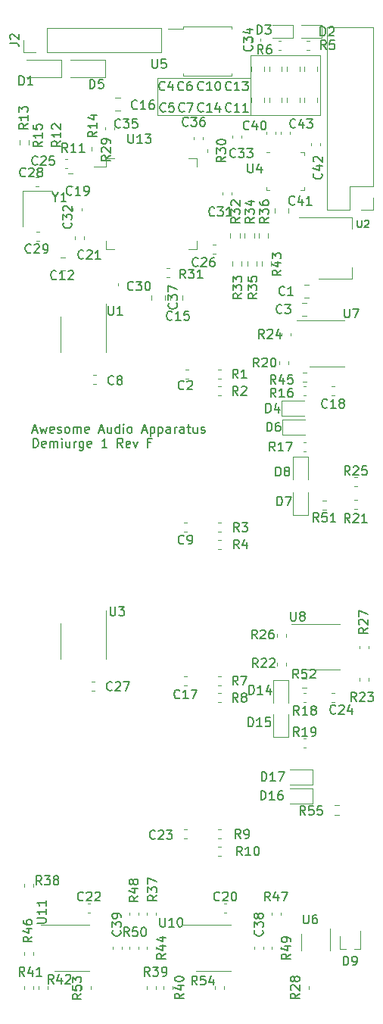
<source format=gbr>
G04 #@! TF.GenerationSoftware,KiCad,Pcbnew,6.0.6+dfsg-1*
G04 #@! TF.CreationDate,2022-08-11T10:33:23+02:00*
G04 #@! TF.ProjectId,demiurge,64656d69-7572-4676-952e-6b696361645f,F*
G04 #@! TF.SameCoordinates,Original*
G04 #@! TF.FileFunction,Legend,Top*
G04 #@! TF.FilePolarity,Positive*
%FSLAX46Y46*%
G04 Gerber Fmt 4.6, Leading zero omitted, Abs format (unit mm)*
G04 Created by KiCad (PCBNEW 6.0.6+dfsg-1) date 2022-08-11 10:33:23*
%MOMM*%
%LPD*%
G01*
G04 APERTURE LIST*
%ADD10C,0.120000*%
%ADD11C,0.150000*%
%ADD12C,0.152400*%
G04 APERTURE END LIST*
D10*
X102500000Y-54500000D02*
X110300000Y-54500000D01*
X110300000Y-54500000D02*
X110300000Y-61250000D01*
X110300000Y-61250000D02*
X102500000Y-61250000D01*
X102500000Y-61250000D02*
X102500000Y-54500000D01*
X92100000Y-57050000D02*
X102500000Y-57050000D01*
X102500000Y-57050000D02*
X102500000Y-61250000D01*
X102500000Y-61250000D02*
X92100000Y-61250000D01*
X92100000Y-61250000D02*
X92100000Y-57050000D01*
D11*
X78187976Y-96461666D02*
X78664166Y-96461666D01*
X78092738Y-96747380D02*
X78426071Y-95747380D01*
X78759404Y-96747380D01*
X78997500Y-96080714D02*
X79187976Y-96747380D01*
X79378452Y-96271190D01*
X79568928Y-96747380D01*
X79759404Y-96080714D01*
X80521309Y-96699761D02*
X80426071Y-96747380D01*
X80235595Y-96747380D01*
X80140357Y-96699761D01*
X80092738Y-96604523D01*
X80092738Y-96223571D01*
X80140357Y-96128333D01*
X80235595Y-96080714D01*
X80426071Y-96080714D01*
X80521309Y-96128333D01*
X80568928Y-96223571D01*
X80568928Y-96318809D01*
X80092738Y-96414047D01*
X80949880Y-96699761D02*
X81045119Y-96747380D01*
X81235595Y-96747380D01*
X81330833Y-96699761D01*
X81378452Y-96604523D01*
X81378452Y-96556904D01*
X81330833Y-96461666D01*
X81235595Y-96414047D01*
X81092738Y-96414047D01*
X80997500Y-96366428D01*
X80949880Y-96271190D01*
X80949880Y-96223571D01*
X80997500Y-96128333D01*
X81092738Y-96080714D01*
X81235595Y-96080714D01*
X81330833Y-96128333D01*
X81949880Y-96747380D02*
X81854642Y-96699761D01*
X81807023Y-96652142D01*
X81759404Y-96556904D01*
X81759404Y-96271190D01*
X81807023Y-96175952D01*
X81854642Y-96128333D01*
X81949880Y-96080714D01*
X82092738Y-96080714D01*
X82187976Y-96128333D01*
X82235595Y-96175952D01*
X82283214Y-96271190D01*
X82283214Y-96556904D01*
X82235595Y-96652142D01*
X82187976Y-96699761D01*
X82092738Y-96747380D01*
X81949880Y-96747380D01*
X82711785Y-96747380D02*
X82711785Y-96080714D01*
X82711785Y-96175952D02*
X82759404Y-96128333D01*
X82854642Y-96080714D01*
X82997500Y-96080714D01*
X83092738Y-96128333D01*
X83140357Y-96223571D01*
X83140357Y-96747380D01*
X83140357Y-96223571D02*
X83187976Y-96128333D01*
X83283214Y-96080714D01*
X83426071Y-96080714D01*
X83521309Y-96128333D01*
X83568928Y-96223571D01*
X83568928Y-96747380D01*
X84426071Y-96699761D02*
X84330833Y-96747380D01*
X84140357Y-96747380D01*
X84045119Y-96699761D01*
X83997500Y-96604523D01*
X83997500Y-96223571D01*
X84045119Y-96128333D01*
X84140357Y-96080714D01*
X84330833Y-96080714D01*
X84426071Y-96128333D01*
X84473690Y-96223571D01*
X84473690Y-96318809D01*
X83997500Y-96414047D01*
X85616547Y-96461666D02*
X86092738Y-96461666D01*
X85521309Y-96747380D02*
X85854642Y-95747380D01*
X86187976Y-96747380D01*
X86949880Y-96080714D02*
X86949880Y-96747380D01*
X86521309Y-96080714D02*
X86521309Y-96604523D01*
X86568928Y-96699761D01*
X86664166Y-96747380D01*
X86807023Y-96747380D01*
X86902261Y-96699761D01*
X86949880Y-96652142D01*
X87854642Y-96747380D02*
X87854642Y-95747380D01*
X87854642Y-96699761D02*
X87759404Y-96747380D01*
X87568928Y-96747380D01*
X87473690Y-96699761D01*
X87426071Y-96652142D01*
X87378452Y-96556904D01*
X87378452Y-96271190D01*
X87426071Y-96175952D01*
X87473690Y-96128333D01*
X87568928Y-96080714D01*
X87759404Y-96080714D01*
X87854642Y-96128333D01*
X88330833Y-96747380D02*
X88330833Y-96080714D01*
X88330833Y-95747380D02*
X88283214Y-95795000D01*
X88330833Y-95842619D01*
X88378452Y-95795000D01*
X88330833Y-95747380D01*
X88330833Y-95842619D01*
X88949880Y-96747380D02*
X88854642Y-96699761D01*
X88807023Y-96652142D01*
X88759404Y-96556904D01*
X88759404Y-96271190D01*
X88807023Y-96175952D01*
X88854642Y-96128333D01*
X88949880Y-96080714D01*
X89092738Y-96080714D01*
X89187976Y-96128333D01*
X89235595Y-96175952D01*
X89283214Y-96271190D01*
X89283214Y-96556904D01*
X89235595Y-96652142D01*
X89187976Y-96699761D01*
X89092738Y-96747380D01*
X88949880Y-96747380D01*
X90426071Y-96461666D02*
X90902261Y-96461666D01*
X90330833Y-96747380D02*
X90664166Y-95747380D01*
X90997500Y-96747380D01*
X91330833Y-96080714D02*
X91330833Y-97080714D01*
X91330833Y-96128333D02*
X91426071Y-96080714D01*
X91616547Y-96080714D01*
X91711785Y-96128333D01*
X91759404Y-96175952D01*
X91807023Y-96271190D01*
X91807023Y-96556904D01*
X91759404Y-96652142D01*
X91711785Y-96699761D01*
X91616547Y-96747380D01*
X91426071Y-96747380D01*
X91330833Y-96699761D01*
X92235595Y-96080714D02*
X92235595Y-97080714D01*
X92235595Y-96128333D02*
X92330833Y-96080714D01*
X92521309Y-96080714D01*
X92616547Y-96128333D01*
X92664166Y-96175952D01*
X92711785Y-96271190D01*
X92711785Y-96556904D01*
X92664166Y-96652142D01*
X92616547Y-96699761D01*
X92521309Y-96747380D01*
X92330833Y-96747380D01*
X92235595Y-96699761D01*
X93568928Y-96747380D02*
X93568928Y-96223571D01*
X93521309Y-96128333D01*
X93426071Y-96080714D01*
X93235595Y-96080714D01*
X93140357Y-96128333D01*
X93568928Y-96699761D02*
X93473690Y-96747380D01*
X93235595Y-96747380D01*
X93140357Y-96699761D01*
X93092738Y-96604523D01*
X93092738Y-96509285D01*
X93140357Y-96414047D01*
X93235595Y-96366428D01*
X93473690Y-96366428D01*
X93568928Y-96318809D01*
X94045119Y-96747380D02*
X94045119Y-96080714D01*
X94045119Y-96271190D02*
X94092738Y-96175952D01*
X94140357Y-96128333D01*
X94235595Y-96080714D01*
X94330833Y-96080714D01*
X95092738Y-96747380D02*
X95092738Y-96223571D01*
X95045119Y-96128333D01*
X94949880Y-96080714D01*
X94759404Y-96080714D01*
X94664166Y-96128333D01*
X95092738Y-96699761D02*
X94997500Y-96747380D01*
X94759404Y-96747380D01*
X94664166Y-96699761D01*
X94616547Y-96604523D01*
X94616547Y-96509285D01*
X94664166Y-96414047D01*
X94759404Y-96366428D01*
X94997500Y-96366428D01*
X95092738Y-96318809D01*
X95426071Y-96080714D02*
X95807023Y-96080714D01*
X95568928Y-95747380D02*
X95568928Y-96604523D01*
X95616547Y-96699761D01*
X95711785Y-96747380D01*
X95807023Y-96747380D01*
X96568928Y-96080714D02*
X96568928Y-96747380D01*
X96140357Y-96080714D02*
X96140357Y-96604523D01*
X96187976Y-96699761D01*
X96283214Y-96747380D01*
X96426071Y-96747380D01*
X96521309Y-96699761D01*
X96568928Y-96652142D01*
X96997500Y-96699761D02*
X97092738Y-96747380D01*
X97283214Y-96747380D01*
X97378452Y-96699761D01*
X97426071Y-96604523D01*
X97426071Y-96556904D01*
X97378452Y-96461666D01*
X97283214Y-96414047D01*
X97140357Y-96414047D01*
X97045119Y-96366428D01*
X96997500Y-96271190D01*
X96997500Y-96223571D01*
X97045119Y-96128333D01*
X97140357Y-96080714D01*
X97283214Y-96080714D01*
X97378452Y-96128333D01*
X78235595Y-98357380D02*
X78235595Y-97357380D01*
X78473690Y-97357380D01*
X78616547Y-97405000D01*
X78711785Y-97500238D01*
X78759404Y-97595476D01*
X78807023Y-97785952D01*
X78807023Y-97928809D01*
X78759404Y-98119285D01*
X78711785Y-98214523D01*
X78616547Y-98309761D01*
X78473690Y-98357380D01*
X78235595Y-98357380D01*
X79616547Y-98309761D02*
X79521309Y-98357380D01*
X79330833Y-98357380D01*
X79235595Y-98309761D01*
X79187976Y-98214523D01*
X79187976Y-97833571D01*
X79235595Y-97738333D01*
X79330833Y-97690714D01*
X79521309Y-97690714D01*
X79616547Y-97738333D01*
X79664166Y-97833571D01*
X79664166Y-97928809D01*
X79187976Y-98024047D01*
X80092738Y-98357380D02*
X80092738Y-97690714D01*
X80092738Y-97785952D02*
X80140357Y-97738333D01*
X80235595Y-97690714D01*
X80378452Y-97690714D01*
X80473690Y-97738333D01*
X80521309Y-97833571D01*
X80521309Y-98357380D01*
X80521309Y-97833571D02*
X80568928Y-97738333D01*
X80664166Y-97690714D01*
X80807023Y-97690714D01*
X80902261Y-97738333D01*
X80949880Y-97833571D01*
X80949880Y-98357380D01*
X81426071Y-98357380D02*
X81426071Y-97690714D01*
X81426071Y-97357380D02*
X81378452Y-97405000D01*
X81426071Y-97452619D01*
X81473690Y-97405000D01*
X81426071Y-97357380D01*
X81426071Y-97452619D01*
X82330833Y-97690714D02*
X82330833Y-98357380D01*
X81902261Y-97690714D02*
X81902261Y-98214523D01*
X81949880Y-98309761D01*
X82045119Y-98357380D01*
X82187976Y-98357380D01*
X82283214Y-98309761D01*
X82330833Y-98262142D01*
X82807023Y-98357380D02*
X82807023Y-97690714D01*
X82807023Y-97881190D02*
X82854642Y-97785952D01*
X82902261Y-97738333D01*
X82997500Y-97690714D01*
X83092738Y-97690714D01*
X83854642Y-97690714D02*
X83854642Y-98500238D01*
X83807023Y-98595476D01*
X83759404Y-98643095D01*
X83664166Y-98690714D01*
X83521309Y-98690714D01*
X83426071Y-98643095D01*
X83854642Y-98309761D02*
X83759404Y-98357380D01*
X83568928Y-98357380D01*
X83473690Y-98309761D01*
X83426071Y-98262142D01*
X83378452Y-98166904D01*
X83378452Y-97881190D01*
X83426071Y-97785952D01*
X83473690Y-97738333D01*
X83568928Y-97690714D01*
X83759404Y-97690714D01*
X83854642Y-97738333D01*
X84711785Y-98309761D02*
X84616547Y-98357380D01*
X84426071Y-98357380D01*
X84330833Y-98309761D01*
X84283214Y-98214523D01*
X84283214Y-97833571D01*
X84330833Y-97738333D01*
X84426071Y-97690714D01*
X84616547Y-97690714D01*
X84711785Y-97738333D01*
X84759404Y-97833571D01*
X84759404Y-97928809D01*
X84283214Y-98024047D01*
X86473690Y-98357380D02*
X85902261Y-98357380D01*
X86187976Y-98357380D02*
X86187976Y-97357380D01*
X86092738Y-97500238D01*
X85997500Y-97595476D01*
X85902261Y-97643095D01*
X88235595Y-98357380D02*
X87902261Y-97881190D01*
X87664166Y-98357380D02*
X87664166Y-97357380D01*
X88045119Y-97357380D01*
X88140357Y-97405000D01*
X88187976Y-97452619D01*
X88235595Y-97547857D01*
X88235595Y-97690714D01*
X88187976Y-97785952D01*
X88140357Y-97833571D01*
X88045119Y-97881190D01*
X87664166Y-97881190D01*
X89045119Y-98309761D02*
X88949880Y-98357380D01*
X88759404Y-98357380D01*
X88664166Y-98309761D01*
X88616547Y-98214523D01*
X88616547Y-97833571D01*
X88664166Y-97738333D01*
X88759404Y-97690714D01*
X88949880Y-97690714D01*
X89045119Y-97738333D01*
X89092738Y-97833571D01*
X89092738Y-97928809D01*
X88616547Y-98024047D01*
X89426071Y-97690714D02*
X89664166Y-98357380D01*
X89902261Y-97690714D01*
X91378452Y-97833571D02*
X91045119Y-97833571D01*
X91045119Y-98357380D02*
X91045119Y-97357380D01*
X91521309Y-97357380D01*
D12*
X83857142Y-77207142D02*
X83809523Y-77254761D01*
X83666666Y-77302380D01*
X83571428Y-77302380D01*
X83428571Y-77254761D01*
X83333333Y-77159523D01*
X83285714Y-77064285D01*
X83238095Y-76873809D01*
X83238095Y-76730952D01*
X83285714Y-76540476D01*
X83333333Y-76445238D01*
X83428571Y-76350000D01*
X83571428Y-76302380D01*
X83666666Y-76302380D01*
X83809523Y-76350000D01*
X83857142Y-76397619D01*
X84238095Y-76397619D02*
X84285714Y-76350000D01*
X84380952Y-76302380D01*
X84619047Y-76302380D01*
X84714285Y-76350000D01*
X84761904Y-76397619D01*
X84809523Y-76492857D01*
X84809523Y-76588095D01*
X84761904Y-76730952D01*
X84190476Y-77302380D01*
X84809523Y-77302380D01*
X85761904Y-77302380D02*
X85190476Y-77302380D01*
X85476190Y-77302380D02*
X85476190Y-76302380D01*
X85380952Y-76445238D01*
X85285714Y-76540476D01*
X85190476Y-76588095D01*
X95083333Y-91797142D02*
X95035714Y-91844761D01*
X94892857Y-91892380D01*
X94797619Y-91892380D01*
X94654761Y-91844761D01*
X94559523Y-91749523D01*
X94511904Y-91654285D01*
X94464285Y-91463809D01*
X94464285Y-91320952D01*
X94511904Y-91130476D01*
X94559523Y-91035238D01*
X94654761Y-90940000D01*
X94797619Y-90892380D01*
X94892857Y-90892380D01*
X95035714Y-90940000D01*
X95083333Y-90987619D01*
X95464285Y-90987619D02*
X95511904Y-90940000D01*
X95607142Y-90892380D01*
X95845238Y-90892380D01*
X95940476Y-90940000D01*
X95988095Y-90987619D01*
X96035714Y-91082857D01*
X96035714Y-91178095D01*
X95988095Y-91320952D01*
X95416666Y-91892380D01*
X96035714Y-91892380D01*
X95083333Y-109069142D02*
X95035714Y-109116761D01*
X94892857Y-109164380D01*
X94797619Y-109164380D01*
X94654761Y-109116761D01*
X94559523Y-109021523D01*
X94511904Y-108926285D01*
X94464285Y-108735809D01*
X94464285Y-108592952D01*
X94511904Y-108402476D01*
X94559523Y-108307238D01*
X94654761Y-108212000D01*
X94797619Y-108164380D01*
X94892857Y-108164380D01*
X95035714Y-108212000D01*
X95083333Y-108259619D01*
X95559523Y-109164380D02*
X95750000Y-109164380D01*
X95845238Y-109116761D01*
X95892857Y-109069142D01*
X95988095Y-108926285D01*
X96035714Y-108735809D01*
X96035714Y-108354857D01*
X95988095Y-108259619D01*
X95940476Y-108212000D01*
X95845238Y-108164380D01*
X95654761Y-108164380D01*
X95559523Y-108212000D01*
X95511904Y-108259619D01*
X95464285Y-108354857D01*
X95464285Y-108592952D01*
X95511904Y-108688190D01*
X95559523Y-108735809D01*
X95654761Y-108783428D01*
X95845238Y-108783428D01*
X95940476Y-108735809D01*
X95988095Y-108688190D01*
X96035714Y-108592952D01*
X91857142Y-142057142D02*
X91809523Y-142104761D01*
X91666666Y-142152380D01*
X91571428Y-142152380D01*
X91428571Y-142104761D01*
X91333333Y-142009523D01*
X91285714Y-141914285D01*
X91238095Y-141723809D01*
X91238095Y-141580952D01*
X91285714Y-141390476D01*
X91333333Y-141295238D01*
X91428571Y-141200000D01*
X91571428Y-141152380D01*
X91666666Y-141152380D01*
X91809523Y-141200000D01*
X91857142Y-141247619D01*
X92238095Y-141247619D02*
X92285714Y-141200000D01*
X92380952Y-141152380D01*
X92619047Y-141152380D01*
X92714285Y-141200000D01*
X92761904Y-141247619D01*
X92809523Y-141342857D01*
X92809523Y-141438095D01*
X92761904Y-141580952D01*
X92190476Y-142152380D01*
X92809523Y-142152380D01*
X93142857Y-141152380D02*
X93761904Y-141152380D01*
X93428571Y-141533333D01*
X93571428Y-141533333D01*
X93666666Y-141580952D01*
X93714285Y-141628571D01*
X93761904Y-141723809D01*
X93761904Y-141961904D01*
X93714285Y-142057142D01*
X93666666Y-142104761D01*
X93571428Y-142152380D01*
X93285714Y-142152380D01*
X93190476Y-142104761D01*
X93142857Y-142057142D01*
X101233333Y-107767380D02*
X100900000Y-107291190D01*
X100661904Y-107767380D02*
X100661904Y-106767380D01*
X101042857Y-106767380D01*
X101138095Y-106815000D01*
X101185714Y-106862619D01*
X101233333Y-106957857D01*
X101233333Y-107100714D01*
X101185714Y-107195952D01*
X101138095Y-107243571D01*
X101042857Y-107291190D01*
X100661904Y-107291190D01*
X101566666Y-106767380D02*
X102185714Y-106767380D01*
X101852380Y-107148333D01*
X101995238Y-107148333D01*
X102090476Y-107195952D01*
X102138095Y-107243571D01*
X102185714Y-107338809D01*
X102185714Y-107576904D01*
X102138095Y-107672142D01*
X102090476Y-107719761D01*
X101995238Y-107767380D01*
X101709523Y-107767380D01*
X101614285Y-107719761D01*
X101566666Y-107672142D01*
X101233333Y-109672380D02*
X100900000Y-109196190D01*
X100661904Y-109672380D02*
X100661904Y-108672380D01*
X101042857Y-108672380D01*
X101138095Y-108720000D01*
X101185714Y-108767619D01*
X101233333Y-108862857D01*
X101233333Y-109005714D01*
X101185714Y-109100952D01*
X101138095Y-109148571D01*
X101042857Y-109196190D01*
X100661904Y-109196190D01*
X102090476Y-109005714D02*
X102090476Y-109672380D01*
X101852380Y-108624761D02*
X101614285Y-109339047D01*
X102233333Y-109339047D01*
X101133333Y-124912380D02*
X100800000Y-124436190D01*
X100561904Y-124912380D02*
X100561904Y-123912380D01*
X100942857Y-123912380D01*
X101038095Y-123960000D01*
X101085714Y-124007619D01*
X101133333Y-124102857D01*
X101133333Y-124245714D01*
X101085714Y-124340952D01*
X101038095Y-124388571D01*
X100942857Y-124436190D01*
X100561904Y-124436190D01*
X101466666Y-123912380D02*
X102133333Y-123912380D01*
X101704761Y-124912380D01*
X101133333Y-126817380D02*
X100800000Y-126341190D01*
X100561904Y-126817380D02*
X100561904Y-125817380D01*
X100942857Y-125817380D01*
X101038095Y-125865000D01*
X101085714Y-125912619D01*
X101133333Y-126007857D01*
X101133333Y-126150714D01*
X101085714Y-126245952D01*
X101038095Y-126293571D01*
X100942857Y-126341190D01*
X100561904Y-126341190D01*
X101704761Y-126245952D02*
X101609523Y-126198333D01*
X101561904Y-126150714D01*
X101514285Y-126055476D01*
X101514285Y-126007857D01*
X101561904Y-125912619D01*
X101609523Y-125865000D01*
X101704761Y-125817380D01*
X101895238Y-125817380D01*
X101990476Y-125865000D01*
X102038095Y-125912619D01*
X102085714Y-126007857D01*
X102085714Y-126055476D01*
X102038095Y-126150714D01*
X101990476Y-126198333D01*
X101895238Y-126245952D01*
X101704761Y-126245952D01*
X101609523Y-126293571D01*
X101561904Y-126341190D01*
X101514285Y-126436428D01*
X101514285Y-126626904D01*
X101561904Y-126722142D01*
X101609523Y-126769761D01*
X101704761Y-126817380D01*
X101895238Y-126817380D01*
X101990476Y-126769761D01*
X102038095Y-126722142D01*
X102085714Y-126626904D01*
X102085714Y-126436428D01*
X102038095Y-126341190D01*
X101990476Y-126293571D01*
X101895238Y-126245952D01*
X105257142Y-98752380D02*
X104923809Y-98276190D01*
X104685714Y-98752380D02*
X104685714Y-97752380D01*
X105066666Y-97752380D01*
X105161904Y-97800000D01*
X105209523Y-97847619D01*
X105257142Y-97942857D01*
X105257142Y-98085714D01*
X105209523Y-98180952D01*
X105161904Y-98228571D01*
X105066666Y-98276190D01*
X104685714Y-98276190D01*
X106209523Y-98752380D02*
X105638095Y-98752380D01*
X105923809Y-98752380D02*
X105923809Y-97752380D01*
X105828571Y-97895238D01*
X105733333Y-97990476D01*
X105638095Y-98038095D01*
X106542857Y-97752380D02*
X107209523Y-97752380D01*
X106780952Y-98752380D01*
X101433333Y-142057380D02*
X101100000Y-141581190D01*
X100861904Y-142057380D02*
X100861904Y-141057380D01*
X101242857Y-141057380D01*
X101338095Y-141105000D01*
X101385714Y-141152619D01*
X101433333Y-141247857D01*
X101433333Y-141390714D01*
X101385714Y-141485952D01*
X101338095Y-141533571D01*
X101242857Y-141581190D01*
X100861904Y-141581190D01*
X101909523Y-142057380D02*
X102100000Y-142057380D01*
X102195238Y-142009761D01*
X102242857Y-141962142D01*
X102338095Y-141819285D01*
X102385714Y-141628809D01*
X102385714Y-141247857D01*
X102338095Y-141152619D01*
X102290476Y-141105000D01*
X102195238Y-141057380D01*
X102004761Y-141057380D01*
X101909523Y-141105000D01*
X101861904Y-141152619D01*
X101814285Y-141247857D01*
X101814285Y-141485952D01*
X101861904Y-141581190D01*
X101909523Y-141628809D01*
X102004761Y-141676428D01*
X102195238Y-141676428D01*
X102290476Y-141628809D01*
X102338095Y-141581190D01*
X102385714Y-141485952D01*
X101592142Y-143962380D02*
X101258809Y-143486190D01*
X101020714Y-143962380D02*
X101020714Y-142962380D01*
X101401666Y-142962380D01*
X101496904Y-143010000D01*
X101544523Y-143057619D01*
X101592142Y-143152857D01*
X101592142Y-143295714D01*
X101544523Y-143390952D01*
X101496904Y-143438571D01*
X101401666Y-143486190D01*
X101020714Y-143486190D01*
X102544523Y-143962380D02*
X101973095Y-143962380D01*
X102258809Y-143962380D02*
X102258809Y-142962380D01*
X102163571Y-143105238D01*
X102068333Y-143200476D01*
X101973095Y-143248095D01*
X103163571Y-142962380D02*
X103258809Y-142962380D01*
X103354047Y-143010000D01*
X103401666Y-143057619D01*
X103449285Y-143152857D01*
X103496904Y-143343333D01*
X103496904Y-143581428D01*
X103449285Y-143771904D01*
X103401666Y-143867142D01*
X103354047Y-143914761D01*
X103258809Y-143962380D01*
X103163571Y-143962380D01*
X103068333Y-143914761D01*
X103020714Y-143867142D01*
X102973095Y-143771904D01*
X102925476Y-143581428D01*
X102925476Y-143343333D01*
X102973095Y-143152857D01*
X103020714Y-143057619D01*
X103068333Y-143010000D01*
X103163571Y-142962380D01*
X104057142Y-86152380D02*
X103723809Y-85676190D01*
X103485714Y-86152380D02*
X103485714Y-85152380D01*
X103866666Y-85152380D01*
X103961904Y-85200000D01*
X104009523Y-85247619D01*
X104057142Y-85342857D01*
X104057142Y-85485714D01*
X104009523Y-85580952D01*
X103961904Y-85628571D01*
X103866666Y-85676190D01*
X103485714Y-85676190D01*
X104438095Y-85247619D02*
X104485714Y-85200000D01*
X104580952Y-85152380D01*
X104819047Y-85152380D01*
X104914285Y-85200000D01*
X104961904Y-85247619D01*
X105009523Y-85342857D01*
X105009523Y-85438095D01*
X104961904Y-85580952D01*
X104390476Y-86152380D01*
X105009523Y-86152380D01*
X105866666Y-85485714D02*
X105866666Y-86152380D01*
X105628571Y-85104761D02*
X105390476Y-85819047D01*
X106009523Y-85819047D01*
X92052380Y-148442857D02*
X91576190Y-148776190D01*
X92052380Y-149014285D02*
X91052380Y-149014285D01*
X91052380Y-148633333D01*
X91100000Y-148538095D01*
X91147619Y-148490476D01*
X91242857Y-148442857D01*
X91385714Y-148442857D01*
X91480952Y-148490476D01*
X91528571Y-148538095D01*
X91576190Y-148633333D01*
X91576190Y-149014285D01*
X91052380Y-148109523D02*
X91052380Y-147490476D01*
X91433333Y-147823809D01*
X91433333Y-147680952D01*
X91480952Y-147585714D01*
X91528571Y-147538095D01*
X91623809Y-147490476D01*
X91861904Y-147490476D01*
X91957142Y-147538095D01*
X92004761Y-147585714D01*
X92052380Y-147680952D01*
X92052380Y-147966666D01*
X92004761Y-148061904D01*
X91957142Y-148109523D01*
X91052380Y-147157142D02*
X91052380Y-146490476D01*
X92052380Y-146919047D01*
X91257142Y-157452380D02*
X90923809Y-156976190D01*
X90685714Y-157452380D02*
X90685714Y-156452380D01*
X91066666Y-156452380D01*
X91161904Y-156500000D01*
X91209523Y-156547619D01*
X91257142Y-156642857D01*
X91257142Y-156785714D01*
X91209523Y-156880952D01*
X91161904Y-156928571D01*
X91066666Y-156976190D01*
X90685714Y-156976190D01*
X91590476Y-156452380D02*
X92209523Y-156452380D01*
X91876190Y-156833333D01*
X92019047Y-156833333D01*
X92114285Y-156880952D01*
X92161904Y-156928571D01*
X92209523Y-157023809D01*
X92209523Y-157261904D01*
X92161904Y-157357142D01*
X92114285Y-157404761D01*
X92019047Y-157452380D01*
X91733333Y-157452380D01*
X91638095Y-157404761D01*
X91590476Y-157357142D01*
X92685714Y-157452380D02*
X92876190Y-157452380D01*
X92971428Y-157404761D01*
X93019047Y-157357142D01*
X93114285Y-157214285D01*
X93161904Y-157023809D01*
X93161904Y-156642857D01*
X93114285Y-156547619D01*
X93066666Y-156500000D01*
X92971428Y-156452380D01*
X92780952Y-156452380D01*
X92685714Y-156500000D01*
X92638095Y-156547619D01*
X92590476Y-156642857D01*
X92590476Y-156880952D01*
X92638095Y-156976190D01*
X92685714Y-157023809D01*
X92780952Y-157071428D01*
X92971428Y-157071428D01*
X93066666Y-157023809D01*
X93114285Y-156976190D01*
X93161904Y-156880952D01*
X95052380Y-159392857D02*
X94576190Y-159726190D01*
X95052380Y-159964285D02*
X94052380Y-159964285D01*
X94052380Y-159583333D01*
X94100000Y-159488095D01*
X94147619Y-159440476D01*
X94242857Y-159392857D01*
X94385714Y-159392857D01*
X94480952Y-159440476D01*
X94528571Y-159488095D01*
X94576190Y-159583333D01*
X94576190Y-159964285D01*
X94385714Y-158535714D02*
X95052380Y-158535714D01*
X94004761Y-158773809D02*
X94719047Y-159011904D01*
X94719047Y-158392857D01*
X94052380Y-157821428D02*
X94052380Y-157726190D01*
X94100000Y-157630952D01*
X94147619Y-157583333D01*
X94242857Y-157535714D01*
X94433333Y-157488095D01*
X94671428Y-157488095D01*
X94861904Y-157535714D01*
X94957142Y-157583333D01*
X95004761Y-157630952D01*
X95052380Y-157726190D01*
X95052380Y-157821428D01*
X95004761Y-157916666D01*
X94957142Y-157964285D01*
X94861904Y-158011904D01*
X94671428Y-158059523D01*
X94433333Y-158059523D01*
X94242857Y-158011904D01*
X94147619Y-157964285D01*
X94100000Y-157916666D01*
X94052380Y-157821428D01*
X93052380Y-154942857D02*
X92576190Y-155276190D01*
X93052380Y-155514285D02*
X92052380Y-155514285D01*
X92052380Y-155133333D01*
X92100000Y-155038095D01*
X92147619Y-154990476D01*
X92242857Y-154942857D01*
X92385714Y-154942857D01*
X92480952Y-154990476D01*
X92528571Y-155038095D01*
X92576190Y-155133333D01*
X92576190Y-155514285D01*
X92385714Y-154085714D02*
X93052380Y-154085714D01*
X92004761Y-154323809D02*
X92719047Y-154561904D01*
X92719047Y-153942857D01*
X92385714Y-153133333D02*
X93052380Y-153133333D01*
X92004761Y-153371428D02*
X92719047Y-153609523D01*
X92719047Y-152990476D01*
X114480723Y-72954895D02*
X114480723Y-73612876D01*
X114519428Y-73690285D01*
X114558133Y-73728990D01*
X114635542Y-73767695D01*
X114790361Y-73767695D01*
X114867771Y-73728990D01*
X114906476Y-73690285D01*
X114945180Y-73612876D01*
X114945180Y-72954895D01*
X115293523Y-73032304D02*
X115332228Y-72993600D01*
X115409638Y-72954895D01*
X115603161Y-72954895D01*
X115680571Y-72993600D01*
X115719276Y-73032304D01*
X115757980Y-73109714D01*
X115757980Y-73187123D01*
X115719276Y-73303238D01*
X115254819Y-73767695D01*
X115757980Y-73767695D01*
X110361904Y-52352380D02*
X110361904Y-51352380D01*
X110600000Y-51352380D01*
X110742857Y-51400000D01*
X110838095Y-51495238D01*
X110885714Y-51590476D01*
X110933333Y-51780952D01*
X110933333Y-51923809D01*
X110885714Y-52114285D01*
X110838095Y-52209523D01*
X110742857Y-52304761D01*
X110600000Y-52352380D01*
X110361904Y-52352380D01*
X111314285Y-51447619D02*
X111361904Y-51400000D01*
X111457142Y-51352380D01*
X111695238Y-51352380D01*
X111790476Y-51400000D01*
X111838095Y-51447619D01*
X111885714Y-51542857D01*
X111885714Y-51638095D01*
X111838095Y-51780952D01*
X111266666Y-52352380D01*
X111885714Y-52352380D01*
X103261904Y-52152380D02*
X103261904Y-51152380D01*
X103500000Y-51152380D01*
X103642857Y-51200000D01*
X103738095Y-51295238D01*
X103785714Y-51390476D01*
X103833333Y-51580952D01*
X103833333Y-51723809D01*
X103785714Y-51914285D01*
X103738095Y-52009523D01*
X103642857Y-52104761D01*
X103500000Y-52152380D01*
X103261904Y-52152380D01*
X104166666Y-51152380D02*
X104785714Y-51152380D01*
X104452380Y-51533333D01*
X104595238Y-51533333D01*
X104690476Y-51580952D01*
X104738095Y-51628571D01*
X104785714Y-51723809D01*
X104785714Y-51961904D01*
X104738095Y-52057142D01*
X104690476Y-52104761D01*
X104595238Y-52152380D01*
X104309523Y-52152380D01*
X104214285Y-52104761D01*
X104166666Y-52057142D01*
X103933333Y-54352380D02*
X103600000Y-53876190D01*
X103361904Y-54352380D02*
X103361904Y-53352380D01*
X103742857Y-53352380D01*
X103838095Y-53400000D01*
X103885714Y-53447619D01*
X103933333Y-53542857D01*
X103933333Y-53685714D01*
X103885714Y-53780952D01*
X103838095Y-53828571D01*
X103742857Y-53876190D01*
X103361904Y-53876190D01*
X104790476Y-53352380D02*
X104600000Y-53352380D01*
X104504761Y-53400000D01*
X104457142Y-53447619D01*
X104361904Y-53590476D01*
X104314285Y-53780952D01*
X104314285Y-54161904D01*
X104361904Y-54257142D01*
X104409523Y-54304761D01*
X104504761Y-54352380D01*
X104695238Y-54352380D01*
X104790476Y-54304761D01*
X104838095Y-54257142D01*
X104885714Y-54161904D01*
X104885714Y-53923809D01*
X104838095Y-53828571D01*
X104790476Y-53780952D01*
X104695238Y-53733333D01*
X104504761Y-53733333D01*
X104409523Y-53780952D01*
X104361904Y-53828571D01*
X104314285Y-53923809D01*
X111003333Y-53858380D02*
X110670000Y-53382190D01*
X110431904Y-53858380D02*
X110431904Y-52858380D01*
X110812857Y-52858380D01*
X110908095Y-52906000D01*
X110955714Y-52953619D01*
X111003333Y-53048857D01*
X111003333Y-53191714D01*
X110955714Y-53286952D01*
X110908095Y-53334571D01*
X110812857Y-53382190D01*
X110431904Y-53382190D01*
X111908095Y-52858380D02*
X111431904Y-52858380D01*
X111384285Y-53334571D01*
X111431904Y-53286952D01*
X111527142Y-53239333D01*
X111765238Y-53239333D01*
X111860476Y-53286952D01*
X111908095Y-53334571D01*
X111955714Y-53429809D01*
X111955714Y-53667904D01*
X111908095Y-53763142D01*
X111860476Y-53810761D01*
X111765238Y-53858380D01*
X111527142Y-53858380D01*
X111431904Y-53810761D01*
X111384285Y-53763142D01*
X107038095Y-116752380D02*
X107038095Y-117561904D01*
X107085714Y-117657142D01*
X107133333Y-117704761D01*
X107228571Y-117752380D01*
X107419047Y-117752380D01*
X107514285Y-117704761D01*
X107561904Y-117657142D01*
X107609523Y-117561904D01*
X107609523Y-116752380D01*
X108228571Y-117180952D02*
X108133333Y-117133333D01*
X108085714Y-117085714D01*
X108038095Y-116990476D01*
X108038095Y-116942857D01*
X108085714Y-116847619D01*
X108133333Y-116800000D01*
X108228571Y-116752380D01*
X108419047Y-116752380D01*
X108514285Y-116800000D01*
X108561904Y-116847619D01*
X108609523Y-116942857D01*
X108609523Y-116990476D01*
X108561904Y-117085714D01*
X108514285Y-117133333D01*
X108419047Y-117180952D01*
X108228571Y-117180952D01*
X108133333Y-117228571D01*
X108085714Y-117276190D01*
X108038095Y-117371428D01*
X108038095Y-117561904D01*
X108085714Y-117657142D01*
X108133333Y-117704761D01*
X108228571Y-117752380D01*
X108419047Y-117752380D01*
X108514285Y-117704761D01*
X108561904Y-117657142D01*
X108609523Y-117561904D01*
X108609523Y-117371428D01*
X108561904Y-117276190D01*
X108514285Y-117228571D01*
X108419047Y-117180952D01*
X93757142Y-84039142D02*
X93709523Y-84086761D01*
X93566666Y-84134380D01*
X93471428Y-84134380D01*
X93328571Y-84086761D01*
X93233333Y-83991523D01*
X93185714Y-83896285D01*
X93138095Y-83705809D01*
X93138095Y-83562952D01*
X93185714Y-83372476D01*
X93233333Y-83277238D01*
X93328571Y-83182000D01*
X93471428Y-83134380D01*
X93566666Y-83134380D01*
X93709523Y-83182000D01*
X93757142Y-83229619D01*
X94709523Y-84134380D02*
X94138095Y-84134380D01*
X94423809Y-84134380D02*
X94423809Y-83134380D01*
X94328571Y-83277238D01*
X94233333Y-83372476D01*
X94138095Y-83420095D01*
X95614285Y-83134380D02*
X95138095Y-83134380D01*
X95090476Y-83610571D01*
X95138095Y-83562952D01*
X95233333Y-83515333D01*
X95471428Y-83515333D01*
X95566666Y-83562952D01*
X95614285Y-83610571D01*
X95661904Y-83705809D01*
X95661904Y-83943904D01*
X95614285Y-84039142D01*
X95566666Y-84086761D01*
X95471428Y-84134380D01*
X95233333Y-84134380D01*
X95138095Y-84086761D01*
X95090476Y-84039142D01*
X111117142Y-93862142D02*
X111069523Y-93909761D01*
X110926666Y-93957380D01*
X110831428Y-93957380D01*
X110688571Y-93909761D01*
X110593333Y-93814523D01*
X110545714Y-93719285D01*
X110498095Y-93528809D01*
X110498095Y-93385952D01*
X110545714Y-93195476D01*
X110593333Y-93100238D01*
X110688571Y-93005000D01*
X110831428Y-92957380D01*
X110926666Y-92957380D01*
X111069523Y-93005000D01*
X111117142Y-93052619D01*
X112069523Y-93957380D02*
X111498095Y-93957380D01*
X111783809Y-93957380D02*
X111783809Y-92957380D01*
X111688571Y-93100238D01*
X111593333Y-93195476D01*
X111498095Y-93243095D01*
X112640952Y-93385952D02*
X112545714Y-93338333D01*
X112498095Y-93290714D01*
X112450476Y-93195476D01*
X112450476Y-93147857D01*
X112498095Y-93052619D01*
X112545714Y-93005000D01*
X112640952Y-92957380D01*
X112831428Y-92957380D01*
X112926666Y-93005000D01*
X112974285Y-93052619D01*
X113021904Y-93147857D01*
X113021904Y-93195476D01*
X112974285Y-93290714D01*
X112926666Y-93338333D01*
X112831428Y-93385952D01*
X112640952Y-93385952D01*
X112545714Y-93433571D01*
X112498095Y-93481190D01*
X112450476Y-93576428D01*
X112450476Y-93766904D01*
X112498095Y-93862142D01*
X112545714Y-93909761D01*
X112640952Y-93957380D01*
X112831428Y-93957380D01*
X112926666Y-93909761D01*
X112974285Y-93862142D01*
X113021904Y-93766904D01*
X113021904Y-93576428D01*
X112974285Y-93481190D01*
X112926666Y-93433571D01*
X112831428Y-93385952D01*
X106333333Y-81256142D02*
X106285714Y-81303761D01*
X106142857Y-81351380D01*
X106047619Y-81351380D01*
X105904761Y-81303761D01*
X105809523Y-81208523D01*
X105761904Y-81113285D01*
X105714285Y-80922809D01*
X105714285Y-80779952D01*
X105761904Y-80589476D01*
X105809523Y-80494238D01*
X105904761Y-80399000D01*
X106047619Y-80351380D01*
X106142857Y-80351380D01*
X106285714Y-80399000D01*
X106333333Y-80446619D01*
X107285714Y-81351380D02*
X106714285Y-81351380D01*
X107000000Y-81351380D02*
X107000000Y-80351380D01*
X106904761Y-80494238D01*
X106809523Y-80589476D01*
X106714285Y-80637095D01*
X100357142Y-58357142D02*
X100309523Y-58404761D01*
X100166666Y-58452380D01*
X100071428Y-58452380D01*
X99928571Y-58404761D01*
X99833333Y-58309523D01*
X99785714Y-58214285D01*
X99738095Y-58023809D01*
X99738095Y-57880952D01*
X99785714Y-57690476D01*
X99833333Y-57595238D01*
X99928571Y-57500000D01*
X100071428Y-57452380D01*
X100166666Y-57452380D01*
X100309523Y-57500000D01*
X100357142Y-57547619D01*
X101309523Y-58452380D02*
X100738095Y-58452380D01*
X101023809Y-58452380D02*
X101023809Y-57452380D01*
X100928571Y-57595238D01*
X100833333Y-57690476D01*
X100738095Y-57738095D01*
X101642857Y-57452380D02*
X102261904Y-57452380D01*
X101928571Y-57833333D01*
X102071428Y-57833333D01*
X102166666Y-57880952D01*
X102214285Y-57928571D01*
X102261904Y-58023809D01*
X102261904Y-58261904D01*
X102214285Y-58357142D01*
X102166666Y-58404761D01*
X102071428Y-58452380D01*
X101785714Y-58452380D01*
X101690476Y-58404761D01*
X101642857Y-58357142D01*
X97257142Y-60757142D02*
X97209523Y-60804761D01*
X97066666Y-60852380D01*
X96971428Y-60852380D01*
X96828571Y-60804761D01*
X96733333Y-60709523D01*
X96685714Y-60614285D01*
X96638095Y-60423809D01*
X96638095Y-60280952D01*
X96685714Y-60090476D01*
X96733333Y-59995238D01*
X96828571Y-59900000D01*
X96971428Y-59852380D01*
X97066666Y-59852380D01*
X97209523Y-59900000D01*
X97257142Y-59947619D01*
X98209523Y-60852380D02*
X97638095Y-60852380D01*
X97923809Y-60852380D02*
X97923809Y-59852380D01*
X97828571Y-59995238D01*
X97733333Y-60090476D01*
X97638095Y-60138095D01*
X99066666Y-60185714D02*
X99066666Y-60852380D01*
X98828571Y-59804761D02*
X98590476Y-60519047D01*
X99209523Y-60519047D01*
X97257142Y-58357142D02*
X97209523Y-58404761D01*
X97066666Y-58452380D01*
X96971428Y-58452380D01*
X96828571Y-58404761D01*
X96733333Y-58309523D01*
X96685714Y-58214285D01*
X96638095Y-58023809D01*
X96638095Y-57880952D01*
X96685714Y-57690476D01*
X96733333Y-57595238D01*
X96828571Y-57500000D01*
X96971428Y-57452380D01*
X97066666Y-57452380D01*
X97209523Y-57500000D01*
X97257142Y-57547619D01*
X98209523Y-58452380D02*
X97638095Y-58452380D01*
X97923809Y-58452380D02*
X97923809Y-57452380D01*
X97828571Y-57595238D01*
X97733333Y-57690476D01*
X97638095Y-57738095D01*
X98828571Y-57452380D02*
X98923809Y-57452380D01*
X99019047Y-57500000D01*
X99066666Y-57547619D01*
X99114285Y-57642857D01*
X99161904Y-57833333D01*
X99161904Y-58071428D01*
X99114285Y-58261904D01*
X99066666Y-58357142D01*
X99019047Y-58404761D01*
X98923809Y-58452380D01*
X98828571Y-58452380D01*
X98733333Y-58404761D01*
X98685714Y-58357142D01*
X98638095Y-58261904D01*
X98590476Y-58071428D01*
X98590476Y-57833333D01*
X98638095Y-57642857D01*
X98685714Y-57547619D01*
X98733333Y-57500000D01*
X98828571Y-57452380D01*
X100357142Y-60757142D02*
X100309523Y-60804761D01*
X100166666Y-60852380D01*
X100071428Y-60852380D01*
X99928571Y-60804761D01*
X99833333Y-60709523D01*
X99785714Y-60614285D01*
X99738095Y-60423809D01*
X99738095Y-60280952D01*
X99785714Y-60090476D01*
X99833333Y-59995238D01*
X99928571Y-59900000D01*
X100071428Y-59852380D01*
X100166666Y-59852380D01*
X100309523Y-59900000D01*
X100357142Y-59947619D01*
X101309523Y-60852380D02*
X100738095Y-60852380D01*
X101023809Y-60852380D02*
X101023809Y-59852380D01*
X100928571Y-59995238D01*
X100833333Y-60090476D01*
X100738095Y-60138095D01*
X102261904Y-60852380D02*
X101690476Y-60852380D01*
X101976190Y-60852380D02*
X101976190Y-59852380D01*
X101880952Y-59995238D01*
X101785714Y-60090476D01*
X101690476Y-60138095D01*
X93033333Y-60757142D02*
X92985714Y-60804761D01*
X92842857Y-60852380D01*
X92747619Y-60852380D01*
X92604761Y-60804761D01*
X92509523Y-60709523D01*
X92461904Y-60614285D01*
X92414285Y-60423809D01*
X92414285Y-60280952D01*
X92461904Y-60090476D01*
X92509523Y-59995238D01*
X92604761Y-59900000D01*
X92747619Y-59852380D01*
X92842857Y-59852380D01*
X92985714Y-59900000D01*
X93033333Y-59947619D01*
X93938095Y-59852380D02*
X93461904Y-59852380D01*
X93414285Y-60328571D01*
X93461904Y-60280952D01*
X93557142Y-60233333D01*
X93795238Y-60233333D01*
X93890476Y-60280952D01*
X93938095Y-60328571D01*
X93985714Y-60423809D01*
X93985714Y-60661904D01*
X93938095Y-60757142D01*
X93890476Y-60804761D01*
X93795238Y-60852380D01*
X93557142Y-60852380D01*
X93461904Y-60804761D01*
X93414285Y-60757142D01*
X96657142Y-78057142D02*
X96609523Y-78104761D01*
X96466666Y-78152380D01*
X96371428Y-78152380D01*
X96228571Y-78104761D01*
X96133333Y-78009523D01*
X96085714Y-77914285D01*
X96038095Y-77723809D01*
X96038095Y-77580952D01*
X96085714Y-77390476D01*
X96133333Y-77295238D01*
X96228571Y-77200000D01*
X96371428Y-77152380D01*
X96466666Y-77152380D01*
X96609523Y-77200000D01*
X96657142Y-77247619D01*
X97038095Y-77247619D02*
X97085714Y-77200000D01*
X97180952Y-77152380D01*
X97419047Y-77152380D01*
X97514285Y-77200000D01*
X97561904Y-77247619D01*
X97609523Y-77342857D01*
X97609523Y-77438095D01*
X97561904Y-77580952D01*
X96990476Y-78152380D01*
X97609523Y-78152380D01*
X98466666Y-77152380D02*
X98276190Y-77152380D01*
X98180952Y-77200000D01*
X98133333Y-77247619D01*
X98038095Y-77390476D01*
X97990476Y-77580952D01*
X97990476Y-77961904D01*
X98038095Y-78057142D01*
X98085714Y-78104761D01*
X98180952Y-78152380D01*
X98371428Y-78152380D01*
X98466666Y-78104761D01*
X98514285Y-78057142D01*
X98561904Y-77961904D01*
X98561904Y-77723809D01*
X98514285Y-77628571D01*
X98466666Y-77580952D01*
X98371428Y-77533333D01*
X98180952Y-77533333D01*
X98085714Y-77580952D01*
X98038095Y-77628571D01*
X97990476Y-77723809D01*
X87957142Y-152342857D02*
X88004761Y-152390476D01*
X88052380Y-152533333D01*
X88052380Y-152628571D01*
X88004761Y-152771428D01*
X87909523Y-152866666D01*
X87814285Y-152914285D01*
X87623809Y-152961904D01*
X87480952Y-152961904D01*
X87290476Y-152914285D01*
X87195238Y-152866666D01*
X87100000Y-152771428D01*
X87052380Y-152628571D01*
X87052380Y-152533333D01*
X87100000Y-152390476D01*
X87147619Y-152342857D01*
X87052380Y-152009523D02*
X87052380Y-151390476D01*
X87433333Y-151723809D01*
X87433333Y-151580952D01*
X87480952Y-151485714D01*
X87528571Y-151438095D01*
X87623809Y-151390476D01*
X87861904Y-151390476D01*
X87957142Y-151438095D01*
X88004761Y-151485714D01*
X88052380Y-151580952D01*
X88052380Y-151866666D01*
X88004761Y-151961904D01*
X87957142Y-152009523D01*
X88052380Y-150914285D02*
X88052380Y-150723809D01*
X88004761Y-150628571D01*
X87957142Y-150580952D01*
X87814285Y-150485714D01*
X87623809Y-150438095D01*
X87242857Y-150438095D01*
X87147619Y-150485714D01*
X87100000Y-150533333D01*
X87052380Y-150628571D01*
X87052380Y-150819047D01*
X87100000Y-150914285D01*
X87147619Y-150961904D01*
X87242857Y-151009523D01*
X87480952Y-151009523D01*
X87576190Y-150961904D01*
X87623809Y-150914285D01*
X87671428Y-150819047D01*
X87671428Y-150628571D01*
X87623809Y-150533333D01*
X87576190Y-150485714D01*
X87480952Y-150438095D01*
X79157142Y-147252380D02*
X78823809Y-146776190D01*
X78585714Y-147252380D02*
X78585714Y-146252380D01*
X78966666Y-146252380D01*
X79061904Y-146300000D01*
X79109523Y-146347619D01*
X79157142Y-146442857D01*
X79157142Y-146585714D01*
X79109523Y-146680952D01*
X79061904Y-146728571D01*
X78966666Y-146776190D01*
X78585714Y-146776190D01*
X79490476Y-146252380D02*
X80109523Y-146252380D01*
X79776190Y-146633333D01*
X79919047Y-146633333D01*
X80014285Y-146680952D01*
X80061904Y-146728571D01*
X80109523Y-146823809D01*
X80109523Y-147061904D01*
X80061904Y-147157142D01*
X80014285Y-147204761D01*
X79919047Y-147252380D01*
X79633333Y-147252380D01*
X79538095Y-147204761D01*
X79490476Y-147157142D01*
X80680952Y-146680952D02*
X80585714Y-146633333D01*
X80538095Y-146585714D01*
X80490476Y-146490476D01*
X80490476Y-146442857D01*
X80538095Y-146347619D01*
X80585714Y-146300000D01*
X80680952Y-146252380D01*
X80871428Y-146252380D01*
X80966666Y-146300000D01*
X81014285Y-146347619D01*
X81061904Y-146442857D01*
X81061904Y-146490476D01*
X81014285Y-146585714D01*
X80966666Y-146633333D01*
X80871428Y-146680952D01*
X80680952Y-146680952D01*
X80585714Y-146728571D01*
X80538095Y-146776190D01*
X80490476Y-146871428D01*
X80490476Y-147061904D01*
X80538095Y-147157142D01*
X80585714Y-147204761D01*
X80680952Y-147252380D01*
X80871428Y-147252380D01*
X80966666Y-147204761D01*
X81014285Y-147157142D01*
X81061904Y-147061904D01*
X81061904Y-146871428D01*
X81014285Y-146776190D01*
X80966666Y-146728571D01*
X80871428Y-146680952D01*
X78102380Y-153042857D02*
X77626190Y-153376190D01*
X78102380Y-153614285D02*
X77102380Y-153614285D01*
X77102380Y-153233333D01*
X77150000Y-153138095D01*
X77197619Y-153090476D01*
X77292857Y-153042857D01*
X77435714Y-153042857D01*
X77530952Y-153090476D01*
X77578571Y-153138095D01*
X77626190Y-153233333D01*
X77626190Y-153614285D01*
X77435714Y-152185714D02*
X78102380Y-152185714D01*
X77054761Y-152423809D02*
X77769047Y-152661904D01*
X77769047Y-152042857D01*
X77102380Y-151233333D02*
X77102380Y-151423809D01*
X77150000Y-151519047D01*
X77197619Y-151566666D01*
X77340476Y-151661904D01*
X77530952Y-151709523D01*
X77911904Y-151709523D01*
X78007142Y-151661904D01*
X78054761Y-151614285D01*
X78102380Y-151519047D01*
X78102380Y-151328571D01*
X78054761Y-151233333D01*
X78007142Y-151185714D01*
X77911904Y-151138095D01*
X77673809Y-151138095D01*
X77578571Y-151185714D01*
X77530952Y-151233333D01*
X77483333Y-151328571D01*
X77483333Y-151519047D01*
X77530952Y-151614285D01*
X77578571Y-151661904D01*
X77673809Y-151709523D01*
X104737142Y-149042380D02*
X104403809Y-148566190D01*
X104165714Y-149042380D02*
X104165714Y-148042380D01*
X104546666Y-148042380D01*
X104641904Y-148090000D01*
X104689523Y-148137619D01*
X104737142Y-148232857D01*
X104737142Y-148375714D01*
X104689523Y-148470952D01*
X104641904Y-148518571D01*
X104546666Y-148566190D01*
X104165714Y-148566190D01*
X105594285Y-148375714D02*
X105594285Y-149042380D01*
X105356190Y-147994761D02*
X105118095Y-148709047D01*
X105737142Y-148709047D01*
X106022857Y-148042380D02*
X106689523Y-148042380D01*
X106260952Y-149042380D01*
X89952380Y-148542857D02*
X89476190Y-148876190D01*
X89952380Y-149114285D02*
X88952380Y-149114285D01*
X88952380Y-148733333D01*
X89000000Y-148638095D01*
X89047619Y-148590476D01*
X89142857Y-148542857D01*
X89285714Y-148542857D01*
X89380952Y-148590476D01*
X89428571Y-148638095D01*
X89476190Y-148733333D01*
X89476190Y-149114285D01*
X89285714Y-147685714D02*
X89952380Y-147685714D01*
X88904761Y-147923809D02*
X89619047Y-148161904D01*
X89619047Y-147542857D01*
X89380952Y-147019047D02*
X89333333Y-147114285D01*
X89285714Y-147161904D01*
X89190476Y-147209523D01*
X89142857Y-147209523D01*
X89047619Y-147161904D01*
X89000000Y-147114285D01*
X88952380Y-147019047D01*
X88952380Y-146828571D01*
X89000000Y-146733333D01*
X89047619Y-146685714D01*
X89142857Y-146638095D01*
X89190476Y-146638095D01*
X89285714Y-146685714D01*
X89333333Y-146733333D01*
X89380952Y-146828571D01*
X89380952Y-147019047D01*
X89428571Y-147114285D01*
X89476190Y-147161904D01*
X89571428Y-147209523D01*
X89761904Y-147209523D01*
X89857142Y-147161904D01*
X89904761Y-147114285D01*
X89952380Y-147019047D01*
X89952380Y-146828571D01*
X89904761Y-146733333D01*
X89857142Y-146685714D01*
X89761904Y-146638095D01*
X89571428Y-146638095D01*
X89476190Y-146685714D01*
X89428571Y-146733333D01*
X89380952Y-146828571D01*
X105357142Y-92752380D02*
X105023809Y-92276190D01*
X104785714Y-92752380D02*
X104785714Y-91752380D01*
X105166666Y-91752380D01*
X105261904Y-91800000D01*
X105309523Y-91847619D01*
X105357142Y-91942857D01*
X105357142Y-92085714D01*
X105309523Y-92180952D01*
X105261904Y-92228571D01*
X105166666Y-92276190D01*
X104785714Y-92276190D01*
X106309523Y-92752380D02*
X105738095Y-92752380D01*
X106023809Y-92752380D02*
X106023809Y-91752380D01*
X105928571Y-91895238D01*
X105833333Y-91990476D01*
X105738095Y-92038095D01*
X107166666Y-91752380D02*
X106976190Y-91752380D01*
X106880952Y-91800000D01*
X106833333Y-91847619D01*
X106738095Y-91990476D01*
X106690476Y-92180952D01*
X106690476Y-92561904D01*
X106738095Y-92657142D01*
X106785714Y-92704761D01*
X106880952Y-92752380D01*
X107071428Y-92752380D01*
X107166666Y-92704761D01*
X107214285Y-92657142D01*
X107261904Y-92561904D01*
X107261904Y-92323809D01*
X107214285Y-92228571D01*
X107166666Y-92180952D01*
X107071428Y-92133333D01*
X106880952Y-92133333D01*
X106785714Y-92180952D01*
X106738095Y-92228571D01*
X106690476Y-92323809D01*
X113657142Y-106752380D02*
X113323809Y-106276190D01*
X113085714Y-106752380D02*
X113085714Y-105752380D01*
X113466666Y-105752380D01*
X113561904Y-105800000D01*
X113609523Y-105847619D01*
X113657142Y-105942857D01*
X113657142Y-106085714D01*
X113609523Y-106180952D01*
X113561904Y-106228571D01*
X113466666Y-106276190D01*
X113085714Y-106276190D01*
X114038095Y-105847619D02*
X114085714Y-105800000D01*
X114180952Y-105752380D01*
X114419047Y-105752380D01*
X114514285Y-105800000D01*
X114561904Y-105847619D01*
X114609523Y-105942857D01*
X114609523Y-106038095D01*
X114561904Y-106180952D01*
X113990476Y-106752380D01*
X114609523Y-106752380D01*
X115561904Y-106752380D02*
X114990476Y-106752380D01*
X115276190Y-106752380D02*
X115276190Y-105752380D01*
X115180952Y-105895238D01*
X115085714Y-105990476D01*
X114990476Y-106038095D01*
X113657142Y-101452380D02*
X113323809Y-100976190D01*
X113085714Y-101452380D02*
X113085714Y-100452380D01*
X113466666Y-100452380D01*
X113561904Y-100500000D01*
X113609523Y-100547619D01*
X113657142Y-100642857D01*
X113657142Y-100785714D01*
X113609523Y-100880952D01*
X113561904Y-100928571D01*
X113466666Y-100976190D01*
X113085714Y-100976190D01*
X114038095Y-100547619D02*
X114085714Y-100500000D01*
X114180952Y-100452380D01*
X114419047Y-100452380D01*
X114514285Y-100500000D01*
X114561904Y-100547619D01*
X114609523Y-100642857D01*
X114609523Y-100738095D01*
X114561904Y-100880952D01*
X113990476Y-101452380D01*
X114609523Y-101452380D01*
X115514285Y-100452380D02*
X115038095Y-100452380D01*
X114990476Y-100928571D01*
X115038095Y-100880952D01*
X115133333Y-100833333D01*
X115371428Y-100833333D01*
X115466666Y-100880952D01*
X115514285Y-100928571D01*
X115561904Y-101023809D01*
X115561904Y-101261904D01*
X115514285Y-101357142D01*
X115466666Y-101404761D01*
X115371428Y-101452380D01*
X115133333Y-101452380D01*
X115038095Y-101404761D01*
X114990476Y-101357142D01*
X107957142Y-128252380D02*
X107623809Y-127776190D01*
X107385714Y-128252380D02*
X107385714Y-127252380D01*
X107766666Y-127252380D01*
X107861904Y-127300000D01*
X107909523Y-127347619D01*
X107957142Y-127442857D01*
X107957142Y-127585714D01*
X107909523Y-127680952D01*
X107861904Y-127728571D01*
X107766666Y-127776190D01*
X107385714Y-127776190D01*
X108909523Y-128252380D02*
X108338095Y-128252380D01*
X108623809Y-128252380D02*
X108623809Y-127252380D01*
X108528571Y-127395238D01*
X108433333Y-127490476D01*
X108338095Y-127538095D01*
X109480952Y-127680952D02*
X109385714Y-127633333D01*
X109338095Y-127585714D01*
X109290476Y-127490476D01*
X109290476Y-127442857D01*
X109338095Y-127347619D01*
X109385714Y-127300000D01*
X109480952Y-127252380D01*
X109671428Y-127252380D01*
X109766666Y-127300000D01*
X109814285Y-127347619D01*
X109861904Y-127442857D01*
X109861904Y-127490476D01*
X109814285Y-127585714D01*
X109766666Y-127633333D01*
X109671428Y-127680952D01*
X109480952Y-127680952D01*
X109385714Y-127728571D01*
X109338095Y-127776190D01*
X109290476Y-127871428D01*
X109290476Y-128061904D01*
X109338095Y-128157142D01*
X109385714Y-128204761D01*
X109480952Y-128252380D01*
X109671428Y-128252380D01*
X109766666Y-128204761D01*
X109814285Y-128157142D01*
X109861904Y-128061904D01*
X109861904Y-127871428D01*
X109814285Y-127776190D01*
X109766666Y-127728571D01*
X109671428Y-127680952D01*
X103357142Y-122952380D02*
X103023809Y-122476190D01*
X102785714Y-122952380D02*
X102785714Y-121952380D01*
X103166666Y-121952380D01*
X103261904Y-122000000D01*
X103309523Y-122047619D01*
X103357142Y-122142857D01*
X103357142Y-122285714D01*
X103309523Y-122380952D01*
X103261904Y-122428571D01*
X103166666Y-122476190D01*
X102785714Y-122476190D01*
X103738095Y-122047619D02*
X103785714Y-122000000D01*
X103880952Y-121952380D01*
X104119047Y-121952380D01*
X104214285Y-122000000D01*
X104261904Y-122047619D01*
X104309523Y-122142857D01*
X104309523Y-122238095D01*
X104261904Y-122380952D01*
X103690476Y-122952380D01*
X104309523Y-122952380D01*
X104690476Y-122047619D02*
X104738095Y-122000000D01*
X104833333Y-121952380D01*
X105071428Y-121952380D01*
X105166666Y-122000000D01*
X105214285Y-122047619D01*
X105261904Y-122142857D01*
X105261904Y-122238095D01*
X105214285Y-122380952D01*
X104642857Y-122952380D01*
X105261904Y-122952380D01*
X114357142Y-126752380D02*
X114023809Y-126276190D01*
X113785714Y-126752380D02*
X113785714Y-125752380D01*
X114166666Y-125752380D01*
X114261904Y-125800000D01*
X114309523Y-125847619D01*
X114357142Y-125942857D01*
X114357142Y-126085714D01*
X114309523Y-126180952D01*
X114261904Y-126228571D01*
X114166666Y-126276190D01*
X113785714Y-126276190D01*
X114738095Y-125847619D02*
X114785714Y-125800000D01*
X114880952Y-125752380D01*
X115119047Y-125752380D01*
X115214285Y-125800000D01*
X115261904Y-125847619D01*
X115309523Y-125942857D01*
X115309523Y-126038095D01*
X115261904Y-126180952D01*
X114690476Y-126752380D01*
X115309523Y-126752380D01*
X115642857Y-125752380D02*
X116261904Y-125752380D01*
X115928571Y-126133333D01*
X116071428Y-126133333D01*
X116166666Y-126180952D01*
X116214285Y-126228571D01*
X116261904Y-126323809D01*
X116261904Y-126561904D01*
X116214285Y-126657142D01*
X116166666Y-126704761D01*
X116071428Y-126752380D01*
X115785714Y-126752380D01*
X115690476Y-126704761D01*
X115642857Y-126657142D01*
X103257142Y-119752380D02*
X102923809Y-119276190D01*
X102685714Y-119752380D02*
X102685714Y-118752380D01*
X103066666Y-118752380D01*
X103161904Y-118800000D01*
X103209523Y-118847619D01*
X103257142Y-118942857D01*
X103257142Y-119085714D01*
X103209523Y-119180952D01*
X103161904Y-119228571D01*
X103066666Y-119276190D01*
X102685714Y-119276190D01*
X103638095Y-118847619D02*
X103685714Y-118800000D01*
X103780952Y-118752380D01*
X104019047Y-118752380D01*
X104114285Y-118800000D01*
X104161904Y-118847619D01*
X104209523Y-118942857D01*
X104209523Y-119038095D01*
X104161904Y-119180952D01*
X103590476Y-119752380D01*
X104209523Y-119752380D01*
X105066666Y-118752380D02*
X104876190Y-118752380D01*
X104780952Y-118800000D01*
X104733333Y-118847619D01*
X104638095Y-118990476D01*
X104590476Y-119180952D01*
X104590476Y-119561904D01*
X104638095Y-119657142D01*
X104685714Y-119704761D01*
X104780952Y-119752380D01*
X104971428Y-119752380D01*
X105066666Y-119704761D01*
X105114285Y-119657142D01*
X105161904Y-119561904D01*
X105161904Y-119323809D01*
X105114285Y-119228571D01*
X105066666Y-119180952D01*
X104971428Y-119133333D01*
X104780952Y-119133333D01*
X104685714Y-119180952D01*
X104638095Y-119228571D01*
X104590476Y-119323809D01*
X115627380Y-118542857D02*
X115151190Y-118876190D01*
X115627380Y-119114285D02*
X114627380Y-119114285D01*
X114627380Y-118733333D01*
X114675000Y-118638095D01*
X114722619Y-118590476D01*
X114817857Y-118542857D01*
X114960714Y-118542857D01*
X115055952Y-118590476D01*
X115103571Y-118638095D01*
X115151190Y-118733333D01*
X115151190Y-119114285D01*
X114722619Y-118161904D02*
X114675000Y-118114285D01*
X114627380Y-118019047D01*
X114627380Y-117780952D01*
X114675000Y-117685714D01*
X114722619Y-117638095D01*
X114817857Y-117590476D01*
X114913095Y-117590476D01*
X115055952Y-117638095D01*
X115627380Y-118209523D01*
X115627380Y-117590476D01*
X114627380Y-117257142D02*
X114627380Y-116590476D01*
X115627380Y-117019047D01*
X101133333Y-92532380D02*
X100800000Y-92056190D01*
X100561904Y-92532380D02*
X100561904Y-91532380D01*
X100942857Y-91532380D01*
X101038095Y-91580000D01*
X101085714Y-91627619D01*
X101133333Y-91722857D01*
X101133333Y-91865714D01*
X101085714Y-91960952D01*
X101038095Y-92008571D01*
X100942857Y-92056190D01*
X100561904Y-92056190D01*
X101514285Y-91627619D02*
X101561904Y-91580000D01*
X101657142Y-91532380D01*
X101895238Y-91532380D01*
X101990476Y-91580000D01*
X102038095Y-91627619D01*
X102085714Y-91722857D01*
X102085714Y-91818095D01*
X102038095Y-91960952D01*
X101466666Y-92532380D01*
X102085714Y-92532380D01*
X112057142Y-128057142D02*
X112009523Y-128104761D01*
X111866666Y-128152380D01*
X111771428Y-128152380D01*
X111628571Y-128104761D01*
X111533333Y-128009523D01*
X111485714Y-127914285D01*
X111438095Y-127723809D01*
X111438095Y-127580952D01*
X111485714Y-127390476D01*
X111533333Y-127295238D01*
X111628571Y-127200000D01*
X111771428Y-127152380D01*
X111866666Y-127152380D01*
X112009523Y-127200000D01*
X112057142Y-127247619D01*
X112438095Y-127247619D02*
X112485714Y-127200000D01*
X112580952Y-127152380D01*
X112819047Y-127152380D01*
X112914285Y-127200000D01*
X112961904Y-127247619D01*
X113009523Y-127342857D01*
X113009523Y-127438095D01*
X112961904Y-127580952D01*
X112390476Y-128152380D01*
X113009523Y-128152380D01*
X113866666Y-127485714D02*
X113866666Y-128152380D01*
X113628571Y-127104761D02*
X113390476Y-127819047D01*
X114009523Y-127819047D01*
X78707142Y-66707142D02*
X78659523Y-66754761D01*
X78516666Y-66802380D01*
X78421428Y-66802380D01*
X78278571Y-66754761D01*
X78183333Y-66659523D01*
X78135714Y-66564285D01*
X78088095Y-66373809D01*
X78088095Y-66230952D01*
X78135714Y-66040476D01*
X78183333Y-65945238D01*
X78278571Y-65850000D01*
X78421428Y-65802380D01*
X78516666Y-65802380D01*
X78659523Y-65850000D01*
X78707142Y-65897619D01*
X79088095Y-65897619D02*
X79135714Y-65850000D01*
X79230952Y-65802380D01*
X79469047Y-65802380D01*
X79564285Y-65850000D01*
X79611904Y-65897619D01*
X79659523Y-65992857D01*
X79659523Y-66088095D01*
X79611904Y-66230952D01*
X79040476Y-66802380D01*
X79659523Y-66802380D01*
X80564285Y-65802380D02*
X80088095Y-65802380D01*
X80040476Y-66278571D01*
X80088095Y-66230952D01*
X80183333Y-66183333D01*
X80421428Y-66183333D01*
X80516666Y-66230952D01*
X80564285Y-66278571D01*
X80611904Y-66373809D01*
X80611904Y-66611904D01*
X80564285Y-66707142D01*
X80516666Y-66754761D01*
X80421428Y-66802380D01*
X80183333Y-66802380D01*
X80088095Y-66754761D01*
X80040476Y-66707142D01*
X101133333Y-90622380D02*
X100800000Y-90146190D01*
X100561904Y-90622380D02*
X100561904Y-89622380D01*
X100942857Y-89622380D01*
X101038095Y-89670000D01*
X101085714Y-89717619D01*
X101133333Y-89812857D01*
X101133333Y-89955714D01*
X101085714Y-90050952D01*
X101038095Y-90098571D01*
X100942857Y-90146190D01*
X100561904Y-90146190D01*
X102085714Y-90622380D02*
X101514285Y-90622380D01*
X101800000Y-90622380D02*
X101800000Y-89622380D01*
X101704761Y-89765238D01*
X101609523Y-89860476D01*
X101514285Y-89908095D01*
X103457142Y-89352380D02*
X103123809Y-88876190D01*
X102885714Y-89352380D02*
X102885714Y-88352380D01*
X103266666Y-88352380D01*
X103361904Y-88400000D01*
X103409523Y-88447619D01*
X103457142Y-88542857D01*
X103457142Y-88685714D01*
X103409523Y-88780952D01*
X103361904Y-88828571D01*
X103266666Y-88876190D01*
X102885714Y-88876190D01*
X103838095Y-88447619D02*
X103885714Y-88400000D01*
X103980952Y-88352380D01*
X104219047Y-88352380D01*
X104314285Y-88400000D01*
X104361904Y-88447619D01*
X104409523Y-88542857D01*
X104409523Y-88638095D01*
X104361904Y-88780952D01*
X103790476Y-89352380D01*
X104409523Y-89352380D01*
X105028571Y-88352380D02*
X105123809Y-88352380D01*
X105219047Y-88400000D01*
X105266666Y-88447619D01*
X105314285Y-88542857D01*
X105361904Y-88733333D01*
X105361904Y-88971428D01*
X105314285Y-89161904D01*
X105266666Y-89257142D01*
X105219047Y-89304761D01*
X105123809Y-89352380D01*
X105028571Y-89352380D01*
X104933333Y-89304761D01*
X104885714Y-89257142D01*
X104838095Y-89161904D01*
X104790476Y-88971428D01*
X104790476Y-88733333D01*
X104838095Y-88542857D01*
X104885714Y-88447619D01*
X104933333Y-88400000D01*
X105028571Y-88352380D01*
X92411904Y-150952380D02*
X92411904Y-151761904D01*
X92459523Y-151857142D01*
X92507142Y-151904761D01*
X92602380Y-151952380D01*
X92792857Y-151952380D01*
X92888095Y-151904761D01*
X92935714Y-151857142D01*
X92983333Y-151761904D01*
X92983333Y-150952380D01*
X93983333Y-151952380D02*
X93411904Y-151952380D01*
X93697619Y-151952380D02*
X93697619Y-150952380D01*
X93602380Y-151095238D01*
X93507142Y-151190476D01*
X93411904Y-151238095D01*
X94602380Y-150952380D02*
X94697619Y-150952380D01*
X94792857Y-151000000D01*
X94840476Y-151047619D01*
X94888095Y-151142857D01*
X94935714Y-151333333D01*
X94935714Y-151571428D01*
X94888095Y-151761904D01*
X94840476Y-151857142D01*
X94792857Y-151904761D01*
X94697619Y-151952380D01*
X94602380Y-151952380D01*
X94507142Y-151904761D01*
X94459523Y-151857142D01*
X94411904Y-151761904D01*
X94364285Y-151571428D01*
X94364285Y-151333333D01*
X94411904Y-151142857D01*
X94459523Y-151047619D01*
X94507142Y-151000000D01*
X94602380Y-150952380D01*
X95133333Y-60757142D02*
X95085714Y-60804761D01*
X94942857Y-60852380D01*
X94847619Y-60852380D01*
X94704761Y-60804761D01*
X94609523Y-60709523D01*
X94561904Y-60614285D01*
X94514285Y-60423809D01*
X94514285Y-60280952D01*
X94561904Y-60090476D01*
X94609523Y-59995238D01*
X94704761Y-59900000D01*
X94847619Y-59852380D01*
X94942857Y-59852380D01*
X95085714Y-59900000D01*
X95133333Y-59947619D01*
X95466666Y-59852380D02*
X96133333Y-59852380D01*
X95704761Y-60852380D01*
X95033333Y-58357142D02*
X94985714Y-58404761D01*
X94842857Y-58452380D01*
X94747619Y-58452380D01*
X94604761Y-58404761D01*
X94509523Y-58309523D01*
X94461904Y-58214285D01*
X94414285Y-58023809D01*
X94414285Y-57880952D01*
X94461904Y-57690476D01*
X94509523Y-57595238D01*
X94604761Y-57500000D01*
X94747619Y-57452380D01*
X94842857Y-57452380D01*
X94985714Y-57500000D01*
X95033333Y-57547619D01*
X95890476Y-57452380D02*
X95700000Y-57452380D01*
X95604761Y-57500000D01*
X95557142Y-57547619D01*
X95461904Y-57690476D01*
X95414285Y-57880952D01*
X95414285Y-58261904D01*
X95461904Y-58357142D01*
X95509523Y-58404761D01*
X95604761Y-58452380D01*
X95795238Y-58452380D01*
X95890476Y-58404761D01*
X95938095Y-58357142D01*
X95985714Y-58261904D01*
X95985714Y-58023809D01*
X95938095Y-57928571D01*
X95890476Y-57880952D01*
X95795238Y-57833333D01*
X95604761Y-57833333D01*
X95509523Y-57880952D01*
X95461904Y-57928571D01*
X95414285Y-58023809D01*
X107002380Y-154992857D02*
X106526190Y-155326190D01*
X107002380Y-155564285D02*
X106002380Y-155564285D01*
X106002380Y-155183333D01*
X106050000Y-155088095D01*
X106097619Y-155040476D01*
X106192857Y-154992857D01*
X106335714Y-154992857D01*
X106430952Y-155040476D01*
X106478571Y-155088095D01*
X106526190Y-155183333D01*
X106526190Y-155564285D01*
X106335714Y-154135714D02*
X107002380Y-154135714D01*
X105954761Y-154373809D02*
X106669047Y-154611904D01*
X106669047Y-153992857D01*
X107002380Y-153564285D02*
X107002380Y-153373809D01*
X106954761Y-153278571D01*
X106907142Y-153230952D01*
X106764285Y-153135714D01*
X106573809Y-153088095D01*
X106192857Y-153088095D01*
X106097619Y-153135714D01*
X106050000Y-153183333D01*
X106002380Y-153278571D01*
X106002380Y-153469047D01*
X106050000Y-153564285D01*
X106097619Y-153611904D01*
X106192857Y-153659523D01*
X106430952Y-153659523D01*
X106526190Y-153611904D01*
X106573809Y-153564285D01*
X106621428Y-153469047D01*
X106621428Y-153278571D01*
X106573809Y-153183333D01*
X106526190Y-153135714D01*
X106430952Y-153088095D01*
X88957142Y-153002380D02*
X88623809Y-152526190D01*
X88385714Y-153002380D02*
X88385714Y-152002380D01*
X88766666Y-152002380D01*
X88861904Y-152050000D01*
X88909523Y-152097619D01*
X88957142Y-152192857D01*
X88957142Y-152335714D01*
X88909523Y-152430952D01*
X88861904Y-152478571D01*
X88766666Y-152526190D01*
X88385714Y-152526190D01*
X89861904Y-152002380D02*
X89385714Y-152002380D01*
X89338095Y-152478571D01*
X89385714Y-152430952D01*
X89480952Y-152383333D01*
X89719047Y-152383333D01*
X89814285Y-152430952D01*
X89861904Y-152478571D01*
X89909523Y-152573809D01*
X89909523Y-152811904D01*
X89861904Y-152907142D01*
X89814285Y-152954761D01*
X89719047Y-153002380D01*
X89480952Y-153002380D01*
X89385714Y-152954761D01*
X89338095Y-152907142D01*
X90528571Y-152002380D02*
X90623809Y-152002380D01*
X90719047Y-152050000D01*
X90766666Y-152097619D01*
X90814285Y-152192857D01*
X90861904Y-152383333D01*
X90861904Y-152621428D01*
X90814285Y-152811904D01*
X90766666Y-152907142D01*
X90719047Y-152954761D01*
X90623809Y-153002380D01*
X90528571Y-153002380D01*
X90433333Y-152954761D01*
X90385714Y-152907142D01*
X90338095Y-152811904D01*
X90290476Y-152621428D01*
X90290476Y-152383333D01*
X90338095Y-152192857D01*
X90385714Y-152097619D01*
X90433333Y-152050000D01*
X90528571Y-152002380D01*
X99052142Y-148947142D02*
X99004523Y-148994761D01*
X98861666Y-149042380D01*
X98766428Y-149042380D01*
X98623571Y-148994761D01*
X98528333Y-148899523D01*
X98480714Y-148804285D01*
X98433095Y-148613809D01*
X98433095Y-148470952D01*
X98480714Y-148280476D01*
X98528333Y-148185238D01*
X98623571Y-148090000D01*
X98766428Y-148042380D01*
X98861666Y-148042380D01*
X99004523Y-148090000D01*
X99052142Y-148137619D01*
X99433095Y-148137619D02*
X99480714Y-148090000D01*
X99575952Y-148042380D01*
X99814047Y-148042380D01*
X99909285Y-148090000D01*
X99956904Y-148137619D01*
X100004523Y-148232857D01*
X100004523Y-148328095D01*
X99956904Y-148470952D01*
X99385476Y-149042380D01*
X100004523Y-149042380D01*
X100623571Y-148042380D02*
X100718809Y-148042380D01*
X100814047Y-148090000D01*
X100861666Y-148137619D01*
X100909285Y-148232857D01*
X100956904Y-148423333D01*
X100956904Y-148661428D01*
X100909285Y-148851904D01*
X100861666Y-148947142D01*
X100814047Y-148994761D01*
X100718809Y-149042380D01*
X100623571Y-149042380D01*
X100528333Y-148994761D01*
X100480714Y-148947142D01*
X100433095Y-148851904D01*
X100385476Y-148661428D01*
X100385476Y-148423333D01*
X100433095Y-148232857D01*
X100480714Y-148137619D01*
X100528333Y-148090000D01*
X100623571Y-148042380D01*
X78652380Y-151538095D02*
X79461904Y-151538095D01*
X79557142Y-151490476D01*
X79604761Y-151442857D01*
X79652380Y-151347619D01*
X79652380Y-151157142D01*
X79604761Y-151061904D01*
X79557142Y-151014285D01*
X79461904Y-150966666D01*
X78652380Y-150966666D01*
X79652380Y-149966666D02*
X79652380Y-150538095D01*
X79652380Y-150252380D02*
X78652380Y-150252380D01*
X78795238Y-150347619D01*
X78890476Y-150442857D01*
X78938095Y-150538095D01*
X79652380Y-149014285D02*
X79652380Y-149585714D01*
X79652380Y-149300000D02*
X78652380Y-149300000D01*
X78795238Y-149395238D01*
X78890476Y-149490476D01*
X78938095Y-149585714D01*
X106033333Y-83288142D02*
X105985714Y-83335761D01*
X105842857Y-83383380D01*
X105747619Y-83383380D01*
X105604761Y-83335761D01*
X105509523Y-83240523D01*
X105461904Y-83145285D01*
X105414285Y-82954809D01*
X105414285Y-82811952D01*
X105461904Y-82621476D01*
X105509523Y-82526238D01*
X105604761Y-82431000D01*
X105747619Y-82383380D01*
X105842857Y-82383380D01*
X105985714Y-82431000D01*
X106033333Y-82478619D01*
X106366666Y-82383380D02*
X106985714Y-82383380D01*
X106652380Y-82764333D01*
X106795238Y-82764333D01*
X106890476Y-82811952D01*
X106938095Y-82859571D01*
X106985714Y-82954809D01*
X106985714Y-83192904D01*
X106938095Y-83288142D01*
X106890476Y-83335761D01*
X106795238Y-83383380D01*
X106509523Y-83383380D01*
X106414285Y-83335761D01*
X106366666Y-83288142D01*
X80807142Y-79507142D02*
X80759523Y-79554761D01*
X80616666Y-79602380D01*
X80521428Y-79602380D01*
X80378571Y-79554761D01*
X80283333Y-79459523D01*
X80235714Y-79364285D01*
X80188095Y-79173809D01*
X80188095Y-79030952D01*
X80235714Y-78840476D01*
X80283333Y-78745238D01*
X80378571Y-78650000D01*
X80521428Y-78602380D01*
X80616666Y-78602380D01*
X80759523Y-78650000D01*
X80807142Y-78697619D01*
X81759523Y-79602380D02*
X81188095Y-79602380D01*
X81473809Y-79602380D02*
X81473809Y-78602380D01*
X81378571Y-78745238D01*
X81283333Y-78840476D01*
X81188095Y-78888095D01*
X82140476Y-78697619D02*
X82188095Y-78650000D01*
X82283333Y-78602380D01*
X82521428Y-78602380D01*
X82616666Y-78650000D01*
X82664285Y-78697619D01*
X82711904Y-78792857D01*
X82711904Y-78888095D01*
X82664285Y-79030952D01*
X82092857Y-79602380D01*
X82711904Y-79602380D01*
X94607142Y-126341142D02*
X94559523Y-126388761D01*
X94416666Y-126436380D01*
X94321428Y-126436380D01*
X94178571Y-126388761D01*
X94083333Y-126293523D01*
X94035714Y-126198285D01*
X93988095Y-126007809D01*
X93988095Y-125864952D01*
X94035714Y-125674476D01*
X94083333Y-125579238D01*
X94178571Y-125484000D01*
X94321428Y-125436380D01*
X94416666Y-125436380D01*
X94559523Y-125484000D01*
X94607142Y-125531619D01*
X95559523Y-126436380D02*
X94988095Y-126436380D01*
X95273809Y-126436380D02*
X95273809Y-125436380D01*
X95178571Y-125579238D01*
X95083333Y-125674476D01*
X94988095Y-125722095D01*
X95892857Y-125436380D02*
X96559523Y-125436380D01*
X96130952Y-126436380D01*
X89857142Y-60457142D02*
X89809523Y-60504761D01*
X89666666Y-60552380D01*
X89571428Y-60552380D01*
X89428571Y-60504761D01*
X89333333Y-60409523D01*
X89285714Y-60314285D01*
X89238095Y-60123809D01*
X89238095Y-59980952D01*
X89285714Y-59790476D01*
X89333333Y-59695238D01*
X89428571Y-59600000D01*
X89571428Y-59552380D01*
X89666666Y-59552380D01*
X89809523Y-59600000D01*
X89857142Y-59647619D01*
X90809523Y-60552380D02*
X90238095Y-60552380D01*
X90523809Y-60552380D02*
X90523809Y-59552380D01*
X90428571Y-59695238D01*
X90333333Y-59790476D01*
X90238095Y-59838095D01*
X91666666Y-59552380D02*
X91476190Y-59552380D01*
X91380952Y-59600000D01*
X91333333Y-59647619D01*
X91238095Y-59790476D01*
X91190476Y-59980952D01*
X91190476Y-60361904D01*
X91238095Y-60457142D01*
X91285714Y-60504761D01*
X91380952Y-60552380D01*
X91571428Y-60552380D01*
X91666666Y-60504761D01*
X91714285Y-60457142D01*
X91761904Y-60361904D01*
X91761904Y-60123809D01*
X91714285Y-60028571D01*
X91666666Y-59980952D01*
X91571428Y-59933333D01*
X91380952Y-59933333D01*
X91285714Y-59980952D01*
X91238095Y-60028571D01*
X91190476Y-60123809D01*
X82557142Y-70057142D02*
X82509523Y-70104761D01*
X82366666Y-70152380D01*
X82271428Y-70152380D01*
X82128571Y-70104761D01*
X82033333Y-70009523D01*
X81985714Y-69914285D01*
X81938095Y-69723809D01*
X81938095Y-69580952D01*
X81985714Y-69390476D01*
X82033333Y-69295238D01*
X82128571Y-69200000D01*
X82271428Y-69152380D01*
X82366666Y-69152380D01*
X82509523Y-69200000D01*
X82557142Y-69247619D01*
X83509523Y-70152380D02*
X82938095Y-70152380D01*
X83223809Y-70152380D02*
X83223809Y-69152380D01*
X83128571Y-69295238D01*
X83033333Y-69390476D01*
X82938095Y-69438095D01*
X83985714Y-70152380D02*
X84176190Y-70152380D01*
X84271428Y-70104761D01*
X84319047Y-70057142D01*
X84414285Y-69914285D01*
X84461904Y-69723809D01*
X84461904Y-69342857D01*
X84414285Y-69247619D01*
X84366666Y-69200000D01*
X84271428Y-69152380D01*
X84080952Y-69152380D01*
X83985714Y-69200000D01*
X83938095Y-69247619D01*
X83890476Y-69342857D01*
X83890476Y-69580952D01*
X83938095Y-69676190D01*
X83985714Y-69723809D01*
X84080952Y-69771428D01*
X84271428Y-69771428D01*
X84366666Y-69723809D01*
X84414285Y-69676190D01*
X84461904Y-69580952D01*
X83602380Y-159442857D02*
X83126190Y-159776190D01*
X83602380Y-160014285D02*
X82602380Y-160014285D01*
X82602380Y-159633333D01*
X82650000Y-159538095D01*
X82697619Y-159490476D01*
X82792857Y-159442857D01*
X82935714Y-159442857D01*
X83030952Y-159490476D01*
X83078571Y-159538095D01*
X83126190Y-159633333D01*
X83126190Y-160014285D01*
X82602380Y-158538095D02*
X82602380Y-159014285D01*
X83078571Y-159061904D01*
X83030952Y-159014285D01*
X82983333Y-158919047D01*
X82983333Y-158680952D01*
X83030952Y-158585714D01*
X83078571Y-158538095D01*
X83173809Y-158490476D01*
X83411904Y-158490476D01*
X83507142Y-158538095D01*
X83554761Y-158585714D01*
X83602380Y-158680952D01*
X83602380Y-158919047D01*
X83554761Y-159014285D01*
X83507142Y-159061904D01*
X82602380Y-158157142D02*
X82602380Y-157538095D01*
X82983333Y-157871428D01*
X82983333Y-157728571D01*
X83030952Y-157633333D01*
X83078571Y-157585714D01*
X83173809Y-157538095D01*
X83411904Y-157538095D01*
X83507142Y-157585714D01*
X83554761Y-157633333D01*
X83602380Y-157728571D01*
X83602380Y-158014285D01*
X83554761Y-158109523D01*
X83507142Y-158157142D01*
X96557142Y-158452380D02*
X96223809Y-157976190D01*
X95985714Y-158452380D02*
X95985714Y-157452380D01*
X96366666Y-157452380D01*
X96461904Y-157500000D01*
X96509523Y-157547619D01*
X96557142Y-157642857D01*
X96557142Y-157785714D01*
X96509523Y-157880952D01*
X96461904Y-157928571D01*
X96366666Y-157976190D01*
X95985714Y-157976190D01*
X97461904Y-157452380D02*
X96985714Y-157452380D01*
X96938095Y-157928571D01*
X96985714Y-157880952D01*
X97080952Y-157833333D01*
X97319047Y-157833333D01*
X97414285Y-157880952D01*
X97461904Y-157928571D01*
X97509523Y-158023809D01*
X97509523Y-158261904D01*
X97461904Y-158357142D01*
X97414285Y-158404761D01*
X97319047Y-158452380D01*
X97080952Y-158452380D01*
X96985714Y-158404761D01*
X96938095Y-158357142D01*
X98366666Y-157785714D02*
X98366666Y-158452380D01*
X98128571Y-157404761D02*
X97890476Y-158119047D01*
X98509523Y-158119047D01*
X103857142Y-152342857D02*
X103904761Y-152390476D01*
X103952380Y-152533333D01*
X103952380Y-152628571D01*
X103904761Y-152771428D01*
X103809523Y-152866666D01*
X103714285Y-152914285D01*
X103523809Y-152961904D01*
X103380952Y-152961904D01*
X103190476Y-152914285D01*
X103095238Y-152866666D01*
X103000000Y-152771428D01*
X102952380Y-152628571D01*
X102952380Y-152533333D01*
X103000000Y-152390476D01*
X103047619Y-152342857D01*
X102952380Y-152009523D02*
X102952380Y-151390476D01*
X103333333Y-151723809D01*
X103333333Y-151580952D01*
X103380952Y-151485714D01*
X103428571Y-151438095D01*
X103523809Y-151390476D01*
X103761904Y-151390476D01*
X103857142Y-151438095D01*
X103904761Y-151485714D01*
X103952380Y-151580952D01*
X103952380Y-151866666D01*
X103904761Y-151961904D01*
X103857142Y-152009523D01*
X103380952Y-150819047D02*
X103333333Y-150914285D01*
X103285714Y-150961904D01*
X103190476Y-151009523D01*
X103142857Y-151009523D01*
X103047619Y-150961904D01*
X103000000Y-150914285D01*
X102952380Y-150819047D01*
X102952380Y-150628571D01*
X103000000Y-150533333D01*
X103047619Y-150485714D01*
X103142857Y-150438095D01*
X103190476Y-150438095D01*
X103285714Y-150485714D01*
X103333333Y-150533333D01*
X103380952Y-150628571D01*
X103380952Y-150819047D01*
X103428571Y-150914285D01*
X103476190Y-150961904D01*
X103571428Y-151009523D01*
X103761904Y-151009523D01*
X103857142Y-150961904D01*
X103904761Y-150914285D01*
X103952380Y-150819047D01*
X103952380Y-150628571D01*
X103904761Y-150533333D01*
X103857142Y-150485714D01*
X103761904Y-150438095D01*
X103571428Y-150438095D01*
X103476190Y-150485714D01*
X103428571Y-150533333D01*
X103380952Y-150628571D01*
X113038095Y-82852380D02*
X113038095Y-83661904D01*
X113085714Y-83757142D01*
X113133333Y-83804761D01*
X113228571Y-83852380D01*
X113419047Y-83852380D01*
X113514285Y-83804761D01*
X113561904Y-83757142D01*
X113609523Y-83661904D01*
X113609523Y-82852380D01*
X113990476Y-82852380D02*
X114657142Y-82852380D01*
X114228571Y-83852380D01*
X92933333Y-58357142D02*
X92885714Y-58404761D01*
X92742857Y-58452380D01*
X92647619Y-58452380D01*
X92504761Y-58404761D01*
X92409523Y-58309523D01*
X92361904Y-58214285D01*
X92314285Y-58023809D01*
X92314285Y-57880952D01*
X92361904Y-57690476D01*
X92409523Y-57595238D01*
X92504761Y-57500000D01*
X92647619Y-57452380D01*
X92742857Y-57452380D01*
X92885714Y-57500000D01*
X92933333Y-57547619D01*
X93790476Y-57785714D02*
X93790476Y-58452380D01*
X93552380Y-57404761D02*
X93314285Y-58119047D01*
X93933333Y-58119047D01*
X107942142Y-130627380D02*
X107608809Y-130151190D01*
X107370714Y-130627380D02*
X107370714Y-129627380D01*
X107751666Y-129627380D01*
X107846904Y-129675000D01*
X107894523Y-129722619D01*
X107942142Y-129817857D01*
X107942142Y-129960714D01*
X107894523Y-130055952D01*
X107846904Y-130103571D01*
X107751666Y-130151190D01*
X107370714Y-130151190D01*
X108894523Y-130627380D02*
X108323095Y-130627380D01*
X108608809Y-130627380D02*
X108608809Y-129627380D01*
X108513571Y-129770238D01*
X108418333Y-129865476D01*
X108323095Y-129913095D01*
X109370714Y-130627380D02*
X109561190Y-130627380D01*
X109656428Y-130579761D01*
X109704047Y-130532142D01*
X109799285Y-130389285D01*
X109846904Y-130198809D01*
X109846904Y-129817857D01*
X109799285Y-129722619D01*
X109751666Y-129675000D01*
X109656428Y-129627380D01*
X109465952Y-129627380D01*
X109370714Y-129675000D01*
X109323095Y-129722619D01*
X109275476Y-129817857D01*
X109275476Y-130055952D01*
X109323095Y-130151190D01*
X109370714Y-130198809D01*
X109465952Y-130246428D01*
X109656428Y-130246428D01*
X109751666Y-130198809D01*
X109799285Y-130151190D01*
X109846904Y-130055952D01*
X108458095Y-150582380D02*
X108458095Y-151391904D01*
X108505714Y-151487142D01*
X108553333Y-151534761D01*
X108648571Y-151582380D01*
X108839047Y-151582380D01*
X108934285Y-151534761D01*
X108981904Y-151487142D01*
X109029523Y-151391904D01*
X109029523Y-150582380D01*
X109934285Y-150582380D02*
X109743809Y-150582380D01*
X109648571Y-150630000D01*
X109600952Y-150677619D01*
X109505714Y-150820476D01*
X109458095Y-151010952D01*
X109458095Y-151391904D01*
X109505714Y-151487142D01*
X109553333Y-151534761D01*
X109648571Y-151582380D01*
X109839047Y-151582380D01*
X109934285Y-151534761D01*
X109981904Y-151487142D01*
X110029523Y-151391904D01*
X110029523Y-151153809D01*
X109981904Y-151058571D01*
X109934285Y-151010952D01*
X109839047Y-150963333D01*
X109648571Y-150963333D01*
X109553333Y-151010952D01*
X109505714Y-151058571D01*
X109458095Y-151153809D01*
X86838095Y-116152380D02*
X86838095Y-116961904D01*
X86885714Y-117057142D01*
X86933333Y-117104761D01*
X87028571Y-117152380D01*
X87219047Y-117152380D01*
X87314285Y-117104761D01*
X87361904Y-117057142D01*
X87409523Y-116961904D01*
X87409523Y-116152380D01*
X87790476Y-116152380D02*
X88409523Y-116152380D01*
X88076190Y-116533333D01*
X88219047Y-116533333D01*
X88314285Y-116580952D01*
X88361904Y-116628571D01*
X88409523Y-116723809D01*
X88409523Y-116961904D01*
X88361904Y-117057142D01*
X88314285Y-117104761D01*
X88219047Y-117152380D01*
X87933333Y-117152380D01*
X87838095Y-117104761D01*
X87790476Y-117057142D01*
X87233333Y-91257142D02*
X87185714Y-91304761D01*
X87042857Y-91352380D01*
X86947619Y-91352380D01*
X86804761Y-91304761D01*
X86709523Y-91209523D01*
X86661904Y-91114285D01*
X86614285Y-90923809D01*
X86614285Y-90780952D01*
X86661904Y-90590476D01*
X86709523Y-90495238D01*
X86804761Y-90400000D01*
X86947619Y-90352380D01*
X87042857Y-90352380D01*
X87185714Y-90400000D01*
X87233333Y-90447619D01*
X87804761Y-90780952D02*
X87709523Y-90733333D01*
X87661904Y-90685714D01*
X87614285Y-90590476D01*
X87614285Y-90542857D01*
X87661904Y-90447619D01*
X87709523Y-90400000D01*
X87804761Y-90352380D01*
X87995238Y-90352380D01*
X88090476Y-90400000D01*
X88138095Y-90447619D01*
X88185714Y-90542857D01*
X88185714Y-90590476D01*
X88138095Y-90685714D01*
X88090476Y-90733333D01*
X87995238Y-90780952D01*
X87804761Y-90780952D01*
X87709523Y-90828571D01*
X87661904Y-90876190D01*
X87614285Y-90971428D01*
X87614285Y-91161904D01*
X87661904Y-91257142D01*
X87709523Y-91304761D01*
X87804761Y-91352380D01*
X87995238Y-91352380D01*
X88090476Y-91304761D01*
X88138095Y-91257142D01*
X88185714Y-91161904D01*
X88185714Y-90971428D01*
X88138095Y-90876190D01*
X88090476Y-90828571D01*
X87995238Y-90780952D01*
X87057142Y-125457142D02*
X87009523Y-125504761D01*
X86866666Y-125552380D01*
X86771428Y-125552380D01*
X86628571Y-125504761D01*
X86533333Y-125409523D01*
X86485714Y-125314285D01*
X86438095Y-125123809D01*
X86438095Y-124980952D01*
X86485714Y-124790476D01*
X86533333Y-124695238D01*
X86628571Y-124600000D01*
X86771428Y-124552380D01*
X86866666Y-124552380D01*
X87009523Y-124600000D01*
X87057142Y-124647619D01*
X87438095Y-124647619D02*
X87485714Y-124600000D01*
X87580952Y-124552380D01*
X87819047Y-124552380D01*
X87914285Y-124600000D01*
X87961904Y-124647619D01*
X88009523Y-124742857D01*
X88009523Y-124838095D01*
X87961904Y-124980952D01*
X87390476Y-125552380D01*
X88009523Y-125552380D01*
X88342857Y-124552380D02*
X89009523Y-124552380D01*
X88580952Y-125552380D01*
X77257142Y-157452380D02*
X76923809Y-156976190D01*
X76685714Y-157452380D02*
X76685714Y-156452380D01*
X77066666Y-156452380D01*
X77161904Y-156500000D01*
X77209523Y-156547619D01*
X77257142Y-156642857D01*
X77257142Y-156785714D01*
X77209523Y-156880952D01*
X77161904Y-156928571D01*
X77066666Y-156976190D01*
X76685714Y-156976190D01*
X78114285Y-156785714D02*
X78114285Y-157452380D01*
X77876190Y-156404761D02*
X77638095Y-157119047D01*
X78257142Y-157119047D01*
X79161904Y-157452380D02*
X78590476Y-157452380D01*
X78876190Y-157452380D02*
X78876190Y-156452380D01*
X78780952Y-156595238D01*
X78685714Y-156690476D01*
X78590476Y-156738095D01*
X80507142Y-158302380D02*
X80173809Y-157826190D01*
X79935714Y-158302380D02*
X79935714Y-157302380D01*
X80316666Y-157302380D01*
X80411904Y-157350000D01*
X80459523Y-157397619D01*
X80507142Y-157492857D01*
X80507142Y-157635714D01*
X80459523Y-157730952D01*
X80411904Y-157778571D01*
X80316666Y-157826190D01*
X79935714Y-157826190D01*
X81364285Y-157635714D02*
X81364285Y-158302380D01*
X81126190Y-157254761D02*
X80888095Y-157969047D01*
X81507142Y-157969047D01*
X81840476Y-157397619D02*
X81888095Y-157350000D01*
X81983333Y-157302380D01*
X82221428Y-157302380D01*
X82316666Y-157350000D01*
X82364285Y-157397619D01*
X82411904Y-157492857D01*
X82411904Y-157588095D01*
X82364285Y-157730952D01*
X81792857Y-158302380D01*
X82411904Y-158302380D01*
D11*
X75608380Y-53165333D02*
X76322666Y-53165333D01*
X76465523Y-53212952D01*
X76560761Y-53308190D01*
X76608380Y-53451047D01*
X76608380Y-53546285D01*
X75703619Y-52736761D02*
X75656000Y-52689142D01*
X75608380Y-52593904D01*
X75608380Y-52355809D01*
X75656000Y-52260571D01*
X75703619Y-52212952D01*
X75798857Y-52165333D01*
X75894095Y-52165333D01*
X76036952Y-52212952D01*
X76608380Y-52784380D01*
X76608380Y-52165333D01*
D12*
X108002380Y-159392857D02*
X107526190Y-159726190D01*
X108002380Y-159964285D02*
X107002380Y-159964285D01*
X107002380Y-159583333D01*
X107050000Y-159488095D01*
X107097619Y-159440476D01*
X107192857Y-159392857D01*
X107335714Y-159392857D01*
X107430952Y-159440476D01*
X107478571Y-159488095D01*
X107526190Y-159583333D01*
X107526190Y-159964285D01*
X107097619Y-159011904D02*
X107050000Y-158964285D01*
X107002380Y-158869047D01*
X107002380Y-158630952D01*
X107050000Y-158535714D01*
X107097619Y-158488095D01*
X107192857Y-158440476D01*
X107288095Y-158440476D01*
X107430952Y-158488095D01*
X108002380Y-159059523D01*
X108002380Y-158440476D01*
X107430952Y-157869047D02*
X107383333Y-157964285D01*
X107335714Y-158011904D01*
X107240476Y-158059523D01*
X107192857Y-158059523D01*
X107097619Y-158011904D01*
X107050000Y-157964285D01*
X107002380Y-157869047D01*
X107002380Y-157678571D01*
X107050000Y-157583333D01*
X107097619Y-157535714D01*
X107192857Y-157488095D01*
X107240476Y-157488095D01*
X107335714Y-157535714D01*
X107383333Y-157583333D01*
X107430952Y-157678571D01*
X107430952Y-157869047D01*
X107478571Y-157964285D01*
X107526190Y-158011904D01*
X107621428Y-158059523D01*
X107811904Y-158059523D01*
X107907142Y-158011904D01*
X107954761Y-157964285D01*
X108002380Y-157869047D01*
X108002380Y-157678571D01*
X107954761Y-157583333D01*
X107907142Y-157535714D01*
X107811904Y-157488095D01*
X107621428Y-157488095D01*
X107526190Y-157535714D01*
X107478571Y-157583333D01*
X107430952Y-157678571D01*
X112911904Y-156252380D02*
X112911904Y-155252380D01*
X113150000Y-155252380D01*
X113292857Y-155300000D01*
X113388095Y-155395238D01*
X113435714Y-155490476D01*
X113483333Y-155680952D01*
X113483333Y-155823809D01*
X113435714Y-156014285D01*
X113388095Y-156109523D01*
X113292857Y-156204761D01*
X113150000Y-156252380D01*
X112911904Y-156252380D01*
X113959523Y-156252380D02*
X114150000Y-156252380D01*
X114245238Y-156204761D01*
X114292857Y-156157142D01*
X114388095Y-156014285D01*
X114435714Y-155823809D01*
X114435714Y-155442857D01*
X114388095Y-155347619D01*
X114340476Y-155300000D01*
X114245238Y-155252380D01*
X114054761Y-155252380D01*
X113959523Y-155300000D01*
X113911904Y-155347619D01*
X113864285Y-155442857D01*
X113864285Y-155680952D01*
X113911904Y-155776190D01*
X113959523Y-155823809D01*
X114054761Y-155871428D01*
X114245238Y-155871428D01*
X114340476Y-155823809D01*
X114388095Y-155776190D01*
X114435714Y-155680952D01*
X83812142Y-148947142D02*
X83764523Y-148994761D01*
X83621666Y-149042380D01*
X83526428Y-149042380D01*
X83383571Y-148994761D01*
X83288333Y-148899523D01*
X83240714Y-148804285D01*
X83193095Y-148613809D01*
X83193095Y-148470952D01*
X83240714Y-148280476D01*
X83288333Y-148185238D01*
X83383571Y-148090000D01*
X83526428Y-148042380D01*
X83621666Y-148042380D01*
X83764523Y-148090000D01*
X83812142Y-148137619D01*
X84193095Y-148137619D02*
X84240714Y-148090000D01*
X84335952Y-148042380D01*
X84574047Y-148042380D01*
X84669285Y-148090000D01*
X84716904Y-148137619D01*
X84764523Y-148232857D01*
X84764523Y-148328095D01*
X84716904Y-148470952D01*
X84145476Y-149042380D01*
X84764523Y-149042380D01*
X85145476Y-148137619D02*
X85193095Y-148090000D01*
X85288333Y-148042380D01*
X85526428Y-148042380D01*
X85621666Y-148090000D01*
X85669285Y-148137619D01*
X85716904Y-148232857D01*
X85716904Y-148328095D01*
X85669285Y-148470952D01*
X85097857Y-149042380D01*
X85716904Y-149042380D01*
D11*
X88861904Y-63352380D02*
X88861904Y-64161904D01*
X88909523Y-64257142D01*
X88957142Y-64304761D01*
X89052380Y-64352380D01*
X89242857Y-64352380D01*
X89338095Y-64304761D01*
X89385714Y-64257142D01*
X89433333Y-64161904D01*
X89433333Y-63352380D01*
X90433333Y-64352380D02*
X89861904Y-64352380D01*
X90147619Y-64352380D02*
X90147619Y-63352380D01*
X90052380Y-63495238D01*
X89957142Y-63590476D01*
X89861904Y-63638095D01*
X90766666Y-63352380D02*
X91385714Y-63352380D01*
X91052380Y-63733333D01*
X91195238Y-63733333D01*
X91290476Y-63780952D01*
X91338095Y-63828571D01*
X91385714Y-63923809D01*
X91385714Y-64161904D01*
X91338095Y-64257142D01*
X91290476Y-64304761D01*
X91195238Y-64352380D01*
X90909523Y-64352380D01*
X90814285Y-64304761D01*
X90766666Y-64257142D01*
X102238095Y-66652380D02*
X102238095Y-67461904D01*
X102285714Y-67557142D01*
X102333333Y-67604761D01*
X102428571Y-67652380D01*
X102619047Y-67652380D01*
X102714285Y-67604761D01*
X102761904Y-67557142D01*
X102809523Y-67461904D01*
X102809523Y-66652380D01*
X103714285Y-66985714D02*
X103714285Y-67652380D01*
X103476190Y-66604761D02*
X103238095Y-67319047D01*
X103857142Y-67319047D01*
D12*
X86638095Y-82552380D02*
X86638095Y-83361904D01*
X86685714Y-83457142D01*
X86733333Y-83504761D01*
X86828571Y-83552380D01*
X87019047Y-83552380D01*
X87114285Y-83504761D01*
X87161904Y-83457142D01*
X87209523Y-83361904D01*
X87209523Y-82552380D01*
X88209523Y-83552380D02*
X87638095Y-83552380D01*
X87923809Y-83552380D02*
X87923809Y-82552380D01*
X87828571Y-82695238D01*
X87733333Y-82790476D01*
X87638095Y-82838095D01*
D11*
X89407142Y-80707142D02*
X89359523Y-80754761D01*
X89216666Y-80802380D01*
X89121428Y-80802380D01*
X88978571Y-80754761D01*
X88883333Y-80659523D01*
X88835714Y-80564285D01*
X88788095Y-80373809D01*
X88788095Y-80230952D01*
X88835714Y-80040476D01*
X88883333Y-79945238D01*
X88978571Y-79850000D01*
X89121428Y-79802380D01*
X89216666Y-79802380D01*
X89359523Y-79850000D01*
X89407142Y-79897619D01*
X89740476Y-79802380D02*
X90359523Y-79802380D01*
X90026190Y-80183333D01*
X90169047Y-80183333D01*
X90264285Y-80230952D01*
X90311904Y-80278571D01*
X90359523Y-80373809D01*
X90359523Y-80611904D01*
X90311904Y-80707142D01*
X90264285Y-80754761D01*
X90169047Y-80802380D01*
X89883333Y-80802380D01*
X89788095Y-80754761D01*
X89740476Y-80707142D01*
X90978571Y-79802380D02*
X91073809Y-79802380D01*
X91169047Y-79850000D01*
X91216666Y-79897619D01*
X91264285Y-79992857D01*
X91311904Y-80183333D01*
X91311904Y-80421428D01*
X91264285Y-80611904D01*
X91216666Y-80707142D01*
X91169047Y-80754761D01*
X91073809Y-80802380D01*
X90978571Y-80802380D01*
X90883333Y-80754761D01*
X90835714Y-80707142D01*
X90788095Y-80611904D01*
X90740476Y-80421428D01*
X90740476Y-80183333D01*
X90788095Y-79992857D01*
X90835714Y-79897619D01*
X90883333Y-79850000D01*
X90978571Y-79802380D01*
X82457142Y-73242857D02*
X82504761Y-73290476D01*
X82552380Y-73433333D01*
X82552380Y-73528571D01*
X82504761Y-73671428D01*
X82409523Y-73766666D01*
X82314285Y-73814285D01*
X82123809Y-73861904D01*
X81980952Y-73861904D01*
X81790476Y-73814285D01*
X81695238Y-73766666D01*
X81600000Y-73671428D01*
X81552380Y-73528571D01*
X81552380Y-73433333D01*
X81600000Y-73290476D01*
X81647619Y-73242857D01*
X81552380Y-72909523D02*
X81552380Y-72290476D01*
X81933333Y-72623809D01*
X81933333Y-72480952D01*
X81980952Y-72385714D01*
X82028571Y-72338095D01*
X82123809Y-72290476D01*
X82361904Y-72290476D01*
X82457142Y-72338095D01*
X82504761Y-72385714D01*
X82552380Y-72480952D01*
X82552380Y-72766666D01*
X82504761Y-72861904D01*
X82457142Y-72909523D01*
X81647619Y-71909523D02*
X81600000Y-71861904D01*
X81552380Y-71766666D01*
X81552380Y-71528571D01*
X81600000Y-71433333D01*
X81647619Y-71385714D01*
X81742857Y-71338095D01*
X81838095Y-71338095D01*
X81980952Y-71385714D01*
X82552380Y-71957142D01*
X82552380Y-71338095D01*
X84562104Y-58221580D02*
X84562104Y-57221580D01*
X84800200Y-57221580D01*
X84943057Y-57269200D01*
X85038295Y-57364438D01*
X85085914Y-57459676D01*
X85133533Y-57650152D01*
X85133533Y-57793009D01*
X85085914Y-57983485D01*
X85038295Y-58078723D01*
X84943057Y-58173961D01*
X84800200Y-58221580D01*
X84562104Y-58221580D01*
X86038295Y-57221580D02*
X85562104Y-57221580D01*
X85514485Y-57697771D01*
X85562104Y-57650152D01*
X85657342Y-57602533D01*
X85895438Y-57602533D01*
X85990676Y-57650152D01*
X86038295Y-57697771D01*
X86085914Y-57793009D01*
X86085914Y-58031104D01*
X86038295Y-58126342D01*
X85990676Y-58173961D01*
X85895438Y-58221580D01*
X85657342Y-58221580D01*
X85562104Y-58173961D01*
X85514485Y-58126342D01*
X82057142Y-65352380D02*
X81723809Y-64876190D01*
X81485714Y-65352380D02*
X81485714Y-64352380D01*
X81866666Y-64352380D01*
X81961904Y-64400000D01*
X82009523Y-64447619D01*
X82057142Y-64542857D01*
X82057142Y-64685714D01*
X82009523Y-64780952D01*
X81961904Y-64828571D01*
X81866666Y-64876190D01*
X81485714Y-64876190D01*
X83009523Y-65352380D02*
X82438095Y-65352380D01*
X82723809Y-65352380D02*
X82723809Y-64352380D01*
X82628571Y-64495238D01*
X82533333Y-64590476D01*
X82438095Y-64638095D01*
X83961904Y-65352380D02*
X83390476Y-65352380D01*
X83676190Y-65352380D02*
X83676190Y-64352380D01*
X83580952Y-64495238D01*
X83485714Y-64590476D01*
X83390476Y-64638095D01*
X81302380Y-64092857D02*
X80826190Y-64426190D01*
X81302380Y-64664285D02*
X80302380Y-64664285D01*
X80302380Y-64283333D01*
X80350000Y-64188095D01*
X80397619Y-64140476D01*
X80492857Y-64092857D01*
X80635714Y-64092857D01*
X80730952Y-64140476D01*
X80778571Y-64188095D01*
X80826190Y-64283333D01*
X80826190Y-64664285D01*
X81302380Y-63140476D02*
X81302380Y-63711904D01*
X81302380Y-63426190D02*
X80302380Y-63426190D01*
X80445238Y-63521428D01*
X80540476Y-63616666D01*
X80588095Y-63711904D01*
X80397619Y-62759523D02*
X80350000Y-62711904D01*
X80302380Y-62616666D01*
X80302380Y-62378571D01*
X80350000Y-62283333D01*
X80397619Y-62235714D01*
X80492857Y-62188095D01*
X80588095Y-62188095D01*
X80730952Y-62235714D01*
X81302380Y-62807142D01*
X81302380Y-62188095D01*
X85352380Y-63042857D02*
X84876190Y-63376190D01*
X85352380Y-63614285D02*
X84352380Y-63614285D01*
X84352380Y-63233333D01*
X84400000Y-63138095D01*
X84447619Y-63090476D01*
X84542857Y-63042857D01*
X84685714Y-63042857D01*
X84780952Y-63090476D01*
X84828571Y-63138095D01*
X84876190Y-63233333D01*
X84876190Y-63614285D01*
X85352380Y-62090476D02*
X85352380Y-62661904D01*
X85352380Y-62376190D02*
X84352380Y-62376190D01*
X84495238Y-62471428D01*
X84590476Y-62566666D01*
X84638095Y-62661904D01*
X84685714Y-61233333D02*
X85352380Y-61233333D01*
X84304761Y-61471428D02*
X85019047Y-61709523D01*
X85019047Y-61090476D01*
X79212380Y-64142857D02*
X78736190Y-64476190D01*
X79212380Y-64714285D02*
X78212380Y-64714285D01*
X78212380Y-64333333D01*
X78260000Y-64238095D01*
X78307619Y-64190476D01*
X78402857Y-64142857D01*
X78545714Y-64142857D01*
X78640952Y-64190476D01*
X78688571Y-64238095D01*
X78736190Y-64333333D01*
X78736190Y-64714285D01*
X79212380Y-63190476D02*
X79212380Y-63761904D01*
X79212380Y-63476190D02*
X78212380Y-63476190D01*
X78355238Y-63571428D01*
X78450476Y-63666666D01*
X78498095Y-63761904D01*
X78212380Y-62285714D02*
X78212380Y-62761904D01*
X78688571Y-62809523D01*
X78640952Y-62761904D01*
X78593333Y-62666666D01*
X78593333Y-62428571D01*
X78640952Y-62333333D01*
X78688571Y-62285714D01*
X78783809Y-62238095D01*
X79021904Y-62238095D01*
X79117142Y-62285714D01*
X79164761Y-62333333D01*
X79212380Y-62428571D01*
X79212380Y-62666666D01*
X79164761Y-62761904D01*
X79117142Y-62809523D01*
X77357142Y-68007142D02*
X77309523Y-68054761D01*
X77166666Y-68102380D01*
X77071428Y-68102380D01*
X76928571Y-68054761D01*
X76833333Y-67959523D01*
X76785714Y-67864285D01*
X76738095Y-67673809D01*
X76738095Y-67530952D01*
X76785714Y-67340476D01*
X76833333Y-67245238D01*
X76928571Y-67150000D01*
X77071428Y-67102380D01*
X77166666Y-67102380D01*
X77309523Y-67150000D01*
X77357142Y-67197619D01*
X77738095Y-67197619D02*
X77785714Y-67150000D01*
X77880952Y-67102380D01*
X78119047Y-67102380D01*
X78214285Y-67150000D01*
X78261904Y-67197619D01*
X78309523Y-67292857D01*
X78309523Y-67388095D01*
X78261904Y-67530952D01*
X77690476Y-68102380D01*
X78309523Y-68102380D01*
X78880952Y-67530952D02*
X78785714Y-67483333D01*
X78738095Y-67435714D01*
X78690476Y-67340476D01*
X78690476Y-67292857D01*
X78738095Y-67197619D01*
X78785714Y-67150000D01*
X78880952Y-67102380D01*
X79071428Y-67102380D01*
X79166666Y-67150000D01*
X79214285Y-67197619D01*
X79261904Y-67292857D01*
X79261904Y-67340476D01*
X79214285Y-67435714D01*
X79166666Y-67483333D01*
X79071428Y-67530952D01*
X78880952Y-67530952D01*
X78785714Y-67578571D01*
X78738095Y-67626190D01*
X78690476Y-67721428D01*
X78690476Y-67911904D01*
X78738095Y-68007142D01*
X78785714Y-68054761D01*
X78880952Y-68102380D01*
X79071428Y-68102380D01*
X79166666Y-68054761D01*
X79214285Y-68007142D01*
X79261904Y-67911904D01*
X79261904Y-67721428D01*
X79214285Y-67626190D01*
X79166666Y-67578571D01*
X79071428Y-67530952D01*
X77963931Y-76544553D02*
X77916312Y-76592172D01*
X77773455Y-76639791D01*
X77678217Y-76639791D01*
X77535360Y-76592172D01*
X77440122Y-76496934D01*
X77392503Y-76401696D01*
X77344884Y-76211220D01*
X77344884Y-76068363D01*
X77392503Y-75877887D01*
X77440122Y-75782649D01*
X77535360Y-75687411D01*
X77678217Y-75639791D01*
X77773455Y-75639791D01*
X77916312Y-75687411D01*
X77963931Y-75735030D01*
X78344884Y-75735030D02*
X78392503Y-75687411D01*
X78487741Y-75639791D01*
X78725836Y-75639791D01*
X78821074Y-75687411D01*
X78868693Y-75735030D01*
X78916312Y-75830268D01*
X78916312Y-75925506D01*
X78868693Y-76068363D01*
X78297265Y-76639791D01*
X78916312Y-76639791D01*
X79392503Y-76639791D02*
X79582979Y-76639791D01*
X79678217Y-76592172D01*
X79725836Y-76544553D01*
X79821074Y-76401696D01*
X79868693Y-76211220D01*
X79868693Y-75830268D01*
X79821074Y-75735030D01*
X79773455Y-75687411D01*
X79678217Y-75639791D01*
X79487741Y-75639791D01*
X79392503Y-75687411D01*
X79344884Y-75735030D01*
X79297265Y-75830268D01*
X79297265Y-76068363D01*
X79344884Y-76163601D01*
X79392503Y-76211220D01*
X79487741Y-76258839D01*
X79678217Y-76258839D01*
X79773455Y-76211220D01*
X79821074Y-76163601D01*
X79868693Y-76068363D01*
X80717598Y-70376190D02*
X80717598Y-70852380D01*
X80384265Y-69852380D02*
X80717598Y-70376190D01*
X81050931Y-69852380D01*
X81908074Y-70852380D02*
X81336646Y-70852380D01*
X81622360Y-70852380D02*
X81622360Y-69852380D01*
X81527122Y-69995238D01*
X81431884Y-70090476D01*
X81336646Y-70138095D01*
X105361904Y-101552380D02*
X105361904Y-100552380D01*
X105600000Y-100552380D01*
X105742857Y-100600000D01*
X105838095Y-100695238D01*
X105885714Y-100790476D01*
X105933333Y-100980952D01*
X105933333Y-101123809D01*
X105885714Y-101314285D01*
X105838095Y-101409523D01*
X105742857Y-101504761D01*
X105600000Y-101552380D01*
X105361904Y-101552380D01*
X106504761Y-100980952D02*
X106409523Y-100933333D01*
X106361904Y-100885714D01*
X106314285Y-100790476D01*
X106314285Y-100742857D01*
X106361904Y-100647619D01*
X106409523Y-100600000D01*
X106504761Y-100552380D01*
X106695238Y-100552380D01*
X106790476Y-100600000D01*
X106838095Y-100647619D01*
X106885714Y-100742857D01*
X106885714Y-100790476D01*
X106838095Y-100885714D01*
X106790476Y-100933333D01*
X106695238Y-100980952D01*
X106504761Y-100980952D01*
X106409523Y-101028571D01*
X106361904Y-101076190D01*
X106314285Y-101171428D01*
X106314285Y-101361904D01*
X106361904Y-101457142D01*
X106409523Y-101504761D01*
X106504761Y-101552380D01*
X106695238Y-101552380D01*
X106790476Y-101504761D01*
X106838095Y-101457142D01*
X106885714Y-101361904D01*
X106885714Y-101171428D01*
X106838095Y-101076190D01*
X106790476Y-101028571D01*
X106695238Y-100980952D01*
X99752380Y-65842857D02*
X99276190Y-66176190D01*
X99752380Y-66414285D02*
X98752380Y-66414285D01*
X98752380Y-66033333D01*
X98800000Y-65938095D01*
X98847619Y-65890476D01*
X98942857Y-65842857D01*
X99085714Y-65842857D01*
X99180952Y-65890476D01*
X99228571Y-65938095D01*
X99276190Y-66033333D01*
X99276190Y-66414285D01*
X98752380Y-65509523D02*
X98752380Y-64890476D01*
X99133333Y-65223809D01*
X99133333Y-65080952D01*
X99180952Y-64985714D01*
X99228571Y-64938095D01*
X99323809Y-64890476D01*
X99561904Y-64890476D01*
X99657142Y-64938095D01*
X99704761Y-64985714D01*
X99752380Y-65080952D01*
X99752380Y-65366666D01*
X99704761Y-65461904D01*
X99657142Y-65509523D01*
X98752380Y-64271428D02*
X98752380Y-64176190D01*
X98800000Y-64080952D01*
X98847619Y-64033333D01*
X98942857Y-63985714D01*
X99133333Y-63938095D01*
X99371428Y-63938095D01*
X99561904Y-63985714D01*
X99657142Y-64033333D01*
X99704761Y-64080952D01*
X99752380Y-64176190D01*
X99752380Y-64271428D01*
X99704761Y-64366666D01*
X99657142Y-64414285D01*
X99561904Y-64461904D01*
X99371428Y-64509523D01*
X99133333Y-64509523D01*
X98942857Y-64461904D01*
X98847619Y-64414285D01*
X98800000Y-64366666D01*
X98752380Y-64271428D01*
X102357142Y-62757142D02*
X102309523Y-62804761D01*
X102166666Y-62852380D01*
X102071428Y-62852380D01*
X101928571Y-62804761D01*
X101833333Y-62709523D01*
X101785714Y-62614285D01*
X101738095Y-62423809D01*
X101738095Y-62280952D01*
X101785714Y-62090476D01*
X101833333Y-61995238D01*
X101928571Y-61900000D01*
X102071428Y-61852380D01*
X102166666Y-61852380D01*
X102309523Y-61900000D01*
X102357142Y-61947619D01*
X103214285Y-62185714D02*
X103214285Y-62852380D01*
X102976190Y-61804761D02*
X102738095Y-62519047D01*
X103357142Y-62519047D01*
X103928571Y-61852380D02*
X104023809Y-61852380D01*
X104119047Y-61900000D01*
X104166666Y-61947619D01*
X104214285Y-62042857D01*
X104261904Y-62233333D01*
X104261904Y-62471428D01*
X104214285Y-62661904D01*
X104166666Y-62757142D01*
X104119047Y-62804761D01*
X104023809Y-62852380D01*
X103928571Y-62852380D01*
X103833333Y-62804761D01*
X103785714Y-62757142D01*
X103738095Y-62661904D01*
X103690476Y-62471428D01*
X103690476Y-62233333D01*
X103738095Y-62042857D01*
X103785714Y-61947619D01*
X103833333Y-61900000D01*
X103928571Y-61852380D01*
X103252380Y-81142857D02*
X102776190Y-81476190D01*
X103252380Y-81714285D02*
X102252380Y-81714285D01*
X102252380Y-81333333D01*
X102300000Y-81238095D01*
X102347619Y-81190476D01*
X102442857Y-81142857D01*
X102585714Y-81142857D01*
X102680952Y-81190476D01*
X102728571Y-81238095D01*
X102776190Y-81333333D01*
X102776190Y-81714285D01*
X102252380Y-80809523D02*
X102252380Y-80190476D01*
X102633333Y-80523809D01*
X102633333Y-80380952D01*
X102680952Y-80285714D01*
X102728571Y-80238095D01*
X102823809Y-80190476D01*
X103061904Y-80190476D01*
X103157142Y-80238095D01*
X103204761Y-80285714D01*
X103252380Y-80380952D01*
X103252380Y-80666666D01*
X103204761Y-80761904D01*
X103157142Y-80809523D01*
X102252380Y-79285714D02*
X102252380Y-79761904D01*
X102728571Y-79809523D01*
X102680952Y-79761904D01*
X102633333Y-79666666D01*
X102633333Y-79428571D01*
X102680952Y-79333333D01*
X102728571Y-79285714D01*
X102823809Y-79238095D01*
X103061904Y-79238095D01*
X103157142Y-79285714D01*
X103204761Y-79333333D01*
X103252380Y-79428571D01*
X103252380Y-79666666D01*
X103204761Y-79761904D01*
X103157142Y-79809523D01*
X108657142Y-139452380D02*
X108323809Y-138976190D01*
X108085714Y-139452380D02*
X108085714Y-138452380D01*
X108466666Y-138452380D01*
X108561904Y-138500000D01*
X108609523Y-138547619D01*
X108657142Y-138642857D01*
X108657142Y-138785714D01*
X108609523Y-138880952D01*
X108561904Y-138928571D01*
X108466666Y-138976190D01*
X108085714Y-138976190D01*
X109561904Y-138452380D02*
X109085714Y-138452380D01*
X109038095Y-138928571D01*
X109085714Y-138880952D01*
X109180952Y-138833333D01*
X109419047Y-138833333D01*
X109514285Y-138880952D01*
X109561904Y-138928571D01*
X109609523Y-139023809D01*
X109609523Y-139261904D01*
X109561904Y-139357142D01*
X109514285Y-139404761D01*
X109419047Y-139452380D01*
X109180952Y-139452380D01*
X109085714Y-139404761D01*
X109038095Y-139357142D01*
X110514285Y-138452380D02*
X110038095Y-138452380D01*
X109990476Y-138928571D01*
X110038095Y-138880952D01*
X110133333Y-138833333D01*
X110371428Y-138833333D01*
X110466666Y-138880952D01*
X110514285Y-138928571D01*
X110561904Y-139023809D01*
X110561904Y-139261904D01*
X110514285Y-139357142D01*
X110466666Y-139404761D01*
X110371428Y-139452380D01*
X110133333Y-139452380D01*
X110038095Y-139404761D01*
X109990476Y-139357142D01*
X95257142Y-79452380D02*
X94923809Y-78976190D01*
X94685714Y-79452380D02*
X94685714Y-78452380D01*
X95066666Y-78452380D01*
X95161904Y-78500000D01*
X95209523Y-78547619D01*
X95257142Y-78642857D01*
X95257142Y-78785714D01*
X95209523Y-78880952D01*
X95161904Y-78928571D01*
X95066666Y-78976190D01*
X94685714Y-78976190D01*
X95590476Y-78452380D02*
X96209523Y-78452380D01*
X95876190Y-78833333D01*
X96019047Y-78833333D01*
X96114285Y-78880952D01*
X96161904Y-78928571D01*
X96209523Y-79023809D01*
X96209523Y-79261904D01*
X96161904Y-79357142D01*
X96114285Y-79404761D01*
X96019047Y-79452380D01*
X95733333Y-79452380D01*
X95638095Y-79404761D01*
X95590476Y-79357142D01*
X97161904Y-79452380D02*
X96590476Y-79452380D01*
X96876190Y-79452380D02*
X96876190Y-78452380D01*
X96780952Y-78595238D01*
X96685714Y-78690476D01*
X96590476Y-78738095D01*
X102285714Y-129552380D02*
X102285714Y-128552380D01*
X102523809Y-128552380D01*
X102666666Y-128600000D01*
X102761904Y-128695238D01*
X102809523Y-128790476D01*
X102857142Y-128980952D01*
X102857142Y-129123809D01*
X102809523Y-129314285D01*
X102761904Y-129409523D01*
X102666666Y-129504761D01*
X102523809Y-129552380D01*
X102285714Y-129552380D01*
X103809523Y-129552380D02*
X103238095Y-129552380D01*
X103523809Y-129552380D02*
X103523809Y-128552380D01*
X103428571Y-128695238D01*
X103333333Y-128790476D01*
X103238095Y-128838095D01*
X104714285Y-128552380D02*
X104238095Y-128552380D01*
X104190476Y-129028571D01*
X104238095Y-128980952D01*
X104333333Y-128933333D01*
X104571428Y-128933333D01*
X104666666Y-128980952D01*
X104714285Y-129028571D01*
X104761904Y-129123809D01*
X104761904Y-129361904D01*
X104714285Y-129457142D01*
X104666666Y-129504761D01*
X104571428Y-129552380D01*
X104333333Y-129552380D01*
X104238095Y-129504761D01*
X104190476Y-129457142D01*
X110157142Y-106682380D02*
X109823809Y-106206190D01*
X109585714Y-106682380D02*
X109585714Y-105682380D01*
X109966666Y-105682380D01*
X110061904Y-105730000D01*
X110109523Y-105777619D01*
X110157142Y-105872857D01*
X110157142Y-106015714D01*
X110109523Y-106110952D01*
X110061904Y-106158571D01*
X109966666Y-106206190D01*
X109585714Y-106206190D01*
X111061904Y-105682380D02*
X110585714Y-105682380D01*
X110538095Y-106158571D01*
X110585714Y-106110952D01*
X110680952Y-106063333D01*
X110919047Y-106063333D01*
X111014285Y-106110952D01*
X111061904Y-106158571D01*
X111109523Y-106253809D01*
X111109523Y-106491904D01*
X111061904Y-106587142D01*
X111014285Y-106634761D01*
X110919047Y-106682380D01*
X110680952Y-106682380D01*
X110585714Y-106634761D01*
X110538095Y-106587142D01*
X112061904Y-106682380D02*
X111490476Y-106682380D01*
X111776190Y-106682380D02*
X111776190Y-105682380D01*
X111680952Y-105825238D01*
X111585714Y-105920476D01*
X111490476Y-105968095D01*
X110457142Y-67742857D02*
X110504761Y-67790476D01*
X110552380Y-67933333D01*
X110552380Y-68028571D01*
X110504761Y-68171428D01*
X110409523Y-68266666D01*
X110314285Y-68314285D01*
X110123809Y-68361904D01*
X109980952Y-68361904D01*
X109790476Y-68314285D01*
X109695238Y-68266666D01*
X109600000Y-68171428D01*
X109552380Y-68028571D01*
X109552380Y-67933333D01*
X109600000Y-67790476D01*
X109647619Y-67742857D01*
X109885714Y-66885714D02*
X110552380Y-66885714D01*
X109504761Y-67123809D02*
X110219047Y-67361904D01*
X110219047Y-66742857D01*
X109647619Y-66409523D02*
X109600000Y-66361904D01*
X109552380Y-66266666D01*
X109552380Y-66028571D01*
X109600000Y-65933333D01*
X109647619Y-65885714D01*
X109742857Y-65838095D01*
X109838095Y-65838095D01*
X109980952Y-65885714D01*
X110552380Y-66457142D01*
X110552380Y-65838095D01*
X91538095Y-54952380D02*
X91538095Y-55761904D01*
X91585714Y-55857142D01*
X91633333Y-55904761D01*
X91728571Y-55952380D01*
X91919047Y-55952380D01*
X92014285Y-55904761D01*
X92061904Y-55857142D01*
X92109523Y-55761904D01*
X92109523Y-54952380D01*
X93061904Y-54952380D02*
X92585714Y-54952380D01*
X92538095Y-55428571D01*
X92585714Y-55380952D01*
X92680952Y-55333333D01*
X92919047Y-55333333D01*
X93014285Y-55380952D01*
X93061904Y-55428571D01*
X93109523Y-55523809D01*
X93109523Y-55761904D01*
X93061904Y-55857142D01*
X93014285Y-55904761D01*
X92919047Y-55952380D01*
X92680952Y-55952380D01*
X92585714Y-55904761D01*
X92538095Y-55857142D01*
X107882142Y-124152380D02*
X107548809Y-123676190D01*
X107310714Y-124152380D02*
X107310714Y-123152380D01*
X107691666Y-123152380D01*
X107786904Y-123200000D01*
X107834523Y-123247619D01*
X107882142Y-123342857D01*
X107882142Y-123485714D01*
X107834523Y-123580952D01*
X107786904Y-123628571D01*
X107691666Y-123676190D01*
X107310714Y-123676190D01*
X108786904Y-123152380D02*
X108310714Y-123152380D01*
X108263095Y-123628571D01*
X108310714Y-123580952D01*
X108405952Y-123533333D01*
X108644047Y-123533333D01*
X108739285Y-123580952D01*
X108786904Y-123628571D01*
X108834523Y-123723809D01*
X108834523Y-123961904D01*
X108786904Y-124057142D01*
X108739285Y-124104761D01*
X108644047Y-124152380D01*
X108405952Y-124152380D01*
X108310714Y-124104761D01*
X108263095Y-124057142D01*
X109215476Y-123247619D02*
X109263095Y-123200000D01*
X109358333Y-123152380D01*
X109596428Y-123152380D01*
X109691666Y-123200000D01*
X109739285Y-123247619D01*
X109786904Y-123342857D01*
X109786904Y-123438095D01*
X109739285Y-123580952D01*
X109167857Y-124152380D01*
X109786904Y-124152380D01*
X103685714Y-137752380D02*
X103685714Y-136752380D01*
X103923809Y-136752380D01*
X104066666Y-136800000D01*
X104161904Y-136895238D01*
X104209523Y-136990476D01*
X104257142Y-137180952D01*
X104257142Y-137323809D01*
X104209523Y-137514285D01*
X104161904Y-137609523D01*
X104066666Y-137704761D01*
X103923809Y-137752380D01*
X103685714Y-137752380D01*
X105209523Y-137752380D02*
X104638095Y-137752380D01*
X104923809Y-137752380D02*
X104923809Y-136752380D01*
X104828571Y-136895238D01*
X104733333Y-136990476D01*
X104638095Y-137038095D01*
X106066666Y-136752380D02*
X105876190Y-136752380D01*
X105780952Y-136800000D01*
X105733333Y-136847619D01*
X105638095Y-136990476D01*
X105590476Y-137180952D01*
X105590476Y-137561904D01*
X105638095Y-137657142D01*
X105685714Y-137704761D01*
X105780952Y-137752380D01*
X105971428Y-137752380D01*
X106066666Y-137704761D01*
X106114285Y-137657142D01*
X106161904Y-137561904D01*
X106161904Y-137323809D01*
X106114285Y-137228571D01*
X106066666Y-137180952D01*
X105971428Y-137133333D01*
X105780952Y-137133333D01*
X105685714Y-137180952D01*
X105638095Y-137228571D01*
X105590476Y-137323809D01*
X86835380Y-65742857D02*
X86359190Y-66076190D01*
X86835380Y-66314285D02*
X85835380Y-66314285D01*
X85835380Y-65933333D01*
X85883000Y-65838095D01*
X85930619Y-65790476D01*
X86025857Y-65742857D01*
X86168714Y-65742857D01*
X86263952Y-65790476D01*
X86311571Y-65838095D01*
X86359190Y-65933333D01*
X86359190Y-66314285D01*
X85930619Y-65361904D02*
X85883000Y-65314285D01*
X85835380Y-65219047D01*
X85835380Y-64980952D01*
X85883000Y-64885714D01*
X85930619Y-64838095D01*
X86025857Y-64790476D01*
X86121095Y-64790476D01*
X86263952Y-64838095D01*
X86835380Y-65409523D01*
X86835380Y-64790476D01*
X86835380Y-64314285D02*
X86835380Y-64123809D01*
X86787761Y-64028571D01*
X86740142Y-63980952D01*
X86597285Y-63885714D01*
X86406809Y-63838095D01*
X86025857Y-63838095D01*
X85930619Y-63885714D01*
X85883000Y-63933333D01*
X85835380Y-64028571D01*
X85835380Y-64219047D01*
X85883000Y-64314285D01*
X85930619Y-64361904D01*
X86025857Y-64409523D01*
X86263952Y-64409523D01*
X86359190Y-64361904D01*
X86406809Y-64314285D01*
X86454428Y-64219047D01*
X86454428Y-64028571D01*
X86406809Y-63933333D01*
X86359190Y-63885714D01*
X86263952Y-63838095D01*
X100857142Y-65857142D02*
X100809523Y-65904761D01*
X100666666Y-65952380D01*
X100571428Y-65952380D01*
X100428571Y-65904761D01*
X100333333Y-65809523D01*
X100285714Y-65714285D01*
X100238095Y-65523809D01*
X100238095Y-65380952D01*
X100285714Y-65190476D01*
X100333333Y-65095238D01*
X100428571Y-65000000D01*
X100571428Y-64952380D01*
X100666666Y-64952380D01*
X100809523Y-65000000D01*
X100857142Y-65047619D01*
X101190476Y-64952380D02*
X101809523Y-64952380D01*
X101476190Y-65333333D01*
X101619047Y-65333333D01*
X101714285Y-65380952D01*
X101761904Y-65428571D01*
X101809523Y-65523809D01*
X101809523Y-65761904D01*
X101761904Y-65857142D01*
X101714285Y-65904761D01*
X101619047Y-65952380D01*
X101333333Y-65952380D01*
X101238095Y-65904761D01*
X101190476Y-65857142D01*
X102142857Y-64952380D02*
X102761904Y-64952380D01*
X102428571Y-65333333D01*
X102571428Y-65333333D01*
X102666666Y-65380952D01*
X102714285Y-65428571D01*
X102761904Y-65523809D01*
X102761904Y-65761904D01*
X102714285Y-65857142D01*
X102666666Y-65904761D01*
X102571428Y-65952380D01*
X102285714Y-65952380D01*
X102190476Y-65904761D01*
X102142857Y-65857142D01*
X101352380Y-72642857D02*
X100876190Y-72976190D01*
X101352380Y-73214285D02*
X100352380Y-73214285D01*
X100352380Y-72833333D01*
X100400000Y-72738095D01*
X100447619Y-72690476D01*
X100542857Y-72642857D01*
X100685714Y-72642857D01*
X100780952Y-72690476D01*
X100828571Y-72738095D01*
X100876190Y-72833333D01*
X100876190Y-73214285D01*
X100352380Y-72309523D02*
X100352380Y-71690476D01*
X100733333Y-72023809D01*
X100733333Y-71880952D01*
X100780952Y-71785714D01*
X100828571Y-71738095D01*
X100923809Y-71690476D01*
X101161904Y-71690476D01*
X101257142Y-71738095D01*
X101304761Y-71785714D01*
X101352380Y-71880952D01*
X101352380Y-72166666D01*
X101304761Y-72261904D01*
X101257142Y-72309523D01*
X100447619Y-71309523D02*
X100400000Y-71261904D01*
X100352380Y-71166666D01*
X100352380Y-70928571D01*
X100400000Y-70833333D01*
X100447619Y-70785714D01*
X100542857Y-70738095D01*
X100638095Y-70738095D01*
X100780952Y-70785714D01*
X101352380Y-71357142D01*
X101352380Y-70738095D01*
X102952380Y-72642857D02*
X102476190Y-72976190D01*
X102952380Y-73214285D02*
X101952380Y-73214285D01*
X101952380Y-72833333D01*
X102000000Y-72738095D01*
X102047619Y-72690476D01*
X102142857Y-72642857D01*
X102285714Y-72642857D01*
X102380952Y-72690476D01*
X102428571Y-72738095D01*
X102476190Y-72833333D01*
X102476190Y-73214285D01*
X101952380Y-72309523D02*
X101952380Y-71690476D01*
X102333333Y-72023809D01*
X102333333Y-71880952D01*
X102380952Y-71785714D01*
X102428571Y-71738095D01*
X102523809Y-71690476D01*
X102761904Y-71690476D01*
X102857142Y-71738095D01*
X102904761Y-71785714D01*
X102952380Y-71880952D01*
X102952380Y-72166666D01*
X102904761Y-72261904D01*
X102857142Y-72309523D01*
X102285714Y-70833333D02*
X102952380Y-70833333D01*
X101904761Y-71071428D02*
X102619047Y-71309523D01*
X102619047Y-70690476D01*
X107557142Y-62557142D02*
X107509523Y-62604761D01*
X107366666Y-62652380D01*
X107271428Y-62652380D01*
X107128571Y-62604761D01*
X107033333Y-62509523D01*
X106985714Y-62414285D01*
X106938095Y-62223809D01*
X106938095Y-62080952D01*
X106985714Y-61890476D01*
X107033333Y-61795238D01*
X107128571Y-61700000D01*
X107271428Y-61652380D01*
X107366666Y-61652380D01*
X107509523Y-61700000D01*
X107557142Y-61747619D01*
X108414285Y-61985714D02*
X108414285Y-62652380D01*
X108176190Y-61604761D02*
X107938095Y-62319047D01*
X108557142Y-62319047D01*
X108842857Y-61652380D02*
X109461904Y-61652380D01*
X109128571Y-62033333D01*
X109271428Y-62033333D01*
X109366666Y-62080952D01*
X109414285Y-62128571D01*
X109461904Y-62223809D01*
X109461904Y-62461904D01*
X109414285Y-62557142D01*
X109366666Y-62604761D01*
X109271428Y-62652380D01*
X108985714Y-62652380D01*
X108890476Y-62604761D01*
X108842857Y-62557142D01*
X107457142Y-71157142D02*
X107409523Y-71204761D01*
X107266666Y-71252380D01*
X107171428Y-71252380D01*
X107028571Y-71204761D01*
X106933333Y-71109523D01*
X106885714Y-71014285D01*
X106838095Y-70823809D01*
X106838095Y-70680952D01*
X106885714Y-70490476D01*
X106933333Y-70395238D01*
X107028571Y-70300000D01*
X107171428Y-70252380D01*
X107266666Y-70252380D01*
X107409523Y-70300000D01*
X107457142Y-70347619D01*
X108314285Y-70585714D02*
X108314285Y-71252380D01*
X108076190Y-70204761D02*
X107838095Y-70919047D01*
X108457142Y-70919047D01*
X109361904Y-71252380D02*
X108790476Y-71252380D01*
X109076190Y-71252380D02*
X109076190Y-70252380D01*
X108980952Y-70395238D01*
X108885714Y-70490476D01*
X108790476Y-70538095D01*
X87976342Y-62544542D02*
X87928723Y-62592161D01*
X87785866Y-62639780D01*
X87690628Y-62639780D01*
X87547771Y-62592161D01*
X87452533Y-62496923D01*
X87404914Y-62401685D01*
X87357295Y-62211209D01*
X87357295Y-62068352D01*
X87404914Y-61877876D01*
X87452533Y-61782638D01*
X87547771Y-61687400D01*
X87690628Y-61639780D01*
X87785866Y-61639780D01*
X87928723Y-61687400D01*
X87976342Y-61735019D01*
X88309676Y-61639780D02*
X88928723Y-61639780D01*
X88595390Y-62020733D01*
X88738247Y-62020733D01*
X88833485Y-62068352D01*
X88881104Y-62115971D01*
X88928723Y-62211209D01*
X88928723Y-62449304D01*
X88881104Y-62544542D01*
X88833485Y-62592161D01*
X88738247Y-62639780D01*
X88452533Y-62639780D01*
X88357295Y-62592161D01*
X88309676Y-62544542D01*
X89833485Y-61639780D02*
X89357295Y-61639780D01*
X89309676Y-62115971D01*
X89357295Y-62068352D01*
X89452533Y-62020733D01*
X89690628Y-62020733D01*
X89785866Y-62068352D01*
X89833485Y-62115971D01*
X89881104Y-62211209D01*
X89881104Y-62449304D01*
X89833485Y-62544542D01*
X89785866Y-62592161D01*
X89690628Y-62639780D01*
X89452533Y-62639780D01*
X89357295Y-62592161D01*
X89309676Y-62544542D01*
X95557142Y-62357142D02*
X95509523Y-62404761D01*
X95366666Y-62452380D01*
X95271428Y-62452380D01*
X95128571Y-62404761D01*
X95033333Y-62309523D01*
X94985714Y-62214285D01*
X94938095Y-62023809D01*
X94938095Y-61880952D01*
X94985714Y-61690476D01*
X95033333Y-61595238D01*
X95128571Y-61500000D01*
X95271428Y-61452380D01*
X95366666Y-61452380D01*
X95509523Y-61500000D01*
X95557142Y-61547619D01*
X95890476Y-61452380D02*
X96509523Y-61452380D01*
X96176190Y-61833333D01*
X96319047Y-61833333D01*
X96414285Y-61880952D01*
X96461904Y-61928571D01*
X96509523Y-62023809D01*
X96509523Y-62261904D01*
X96461904Y-62357142D01*
X96414285Y-62404761D01*
X96319047Y-62452380D01*
X96033333Y-62452380D01*
X95938095Y-62404761D01*
X95890476Y-62357142D01*
X97366666Y-61452380D02*
X97176190Y-61452380D01*
X97080952Y-61500000D01*
X97033333Y-61547619D01*
X96938095Y-61690476D01*
X96890476Y-61880952D01*
X96890476Y-62261904D01*
X96938095Y-62357142D01*
X96985714Y-62404761D01*
X97080952Y-62452380D01*
X97271428Y-62452380D01*
X97366666Y-62404761D01*
X97414285Y-62357142D01*
X97461904Y-62261904D01*
X97461904Y-62023809D01*
X97414285Y-61928571D01*
X97366666Y-61880952D01*
X97271428Y-61833333D01*
X97080952Y-61833333D01*
X96985714Y-61880952D01*
X96938095Y-61928571D01*
X96890476Y-62023809D01*
X105952380Y-78542857D02*
X105476190Y-78876190D01*
X105952380Y-79114285D02*
X104952380Y-79114285D01*
X104952380Y-78733333D01*
X105000000Y-78638095D01*
X105047619Y-78590476D01*
X105142857Y-78542857D01*
X105285714Y-78542857D01*
X105380952Y-78590476D01*
X105428571Y-78638095D01*
X105476190Y-78733333D01*
X105476190Y-79114285D01*
X105285714Y-77685714D02*
X105952380Y-77685714D01*
X104904761Y-77923809D02*
X105619047Y-78161904D01*
X105619047Y-77542857D01*
X104952380Y-77257142D02*
X104952380Y-76638095D01*
X105333333Y-76971428D01*
X105333333Y-76828571D01*
X105380952Y-76733333D01*
X105428571Y-76685714D01*
X105523809Y-76638095D01*
X105761904Y-76638095D01*
X105857142Y-76685714D01*
X105904761Y-76733333D01*
X105952380Y-76828571D01*
X105952380Y-77114285D01*
X105904761Y-77209523D01*
X105857142Y-77257142D01*
X101552380Y-81142857D02*
X101076190Y-81476190D01*
X101552380Y-81714285D02*
X100552380Y-81714285D01*
X100552380Y-81333333D01*
X100600000Y-81238095D01*
X100647619Y-81190476D01*
X100742857Y-81142857D01*
X100885714Y-81142857D01*
X100980952Y-81190476D01*
X101028571Y-81238095D01*
X101076190Y-81333333D01*
X101076190Y-81714285D01*
X100552380Y-80809523D02*
X100552380Y-80190476D01*
X100933333Y-80523809D01*
X100933333Y-80380952D01*
X100980952Y-80285714D01*
X101028571Y-80238095D01*
X101123809Y-80190476D01*
X101361904Y-80190476D01*
X101457142Y-80238095D01*
X101504761Y-80285714D01*
X101552380Y-80380952D01*
X101552380Y-80666666D01*
X101504761Y-80761904D01*
X101457142Y-80809523D01*
X100552380Y-79857142D02*
X100552380Y-79238095D01*
X100933333Y-79571428D01*
X100933333Y-79428571D01*
X100980952Y-79333333D01*
X101028571Y-79285714D01*
X101123809Y-79238095D01*
X101361904Y-79238095D01*
X101457142Y-79285714D01*
X101504761Y-79333333D01*
X101552380Y-79428571D01*
X101552380Y-79714285D01*
X101504761Y-79809523D01*
X101457142Y-79857142D01*
X104261904Y-94452380D02*
X104261904Y-93452380D01*
X104500000Y-93452380D01*
X104642857Y-93500000D01*
X104738095Y-93595238D01*
X104785714Y-93690476D01*
X104833333Y-93880952D01*
X104833333Y-94023809D01*
X104785714Y-94214285D01*
X104738095Y-94309523D01*
X104642857Y-94404761D01*
X104500000Y-94452380D01*
X104261904Y-94452380D01*
X105690476Y-93785714D02*
X105690476Y-94452380D01*
X105452380Y-93404761D02*
X105214285Y-94119047D01*
X105833333Y-94119047D01*
X105357142Y-91252380D02*
X105023809Y-90776190D01*
X104785714Y-91252380D02*
X104785714Y-90252380D01*
X105166666Y-90252380D01*
X105261904Y-90300000D01*
X105309523Y-90347619D01*
X105357142Y-90442857D01*
X105357142Y-90585714D01*
X105309523Y-90680952D01*
X105261904Y-90728571D01*
X105166666Y-90776190D01*
X104785714Y-90776190D01*
X106214285Y-90585714D02*
X106214285Y-91252380D01*
X105976190Y-90204761D02*
X105738095Y-90919047D01*
X106357142Y-90919047D01*
X107214285Y-90252380D02*
X106738095Y-90252380D01*
X106690476Y-90728571D01*
X106738095Y-90680952D01*
X106833333Y-90633333D01*
X107071428Y-90633333D01*
X107166666Y-90680952D01*
X107214285Y-90728571D01*
X107261904Y-90823809D01*
X107261904Y-91061904D01*
X107214285Y-91157142D01*
X107166666Y-91204761D01*
X107071428Y-91252380D01*
X106833333Y-91252380D01*
X106738095Y-91204761D01*
X106690476Y-91157142D01*
X77622380Y-62152857D02*
X77146190Y-62486190D01*
X77622380Y-62724285D02*
X76622380Y-62724285D01*
X76622380Y-62343333D01*
X76670000Y-62248095D01*
X76717619Y-62200476D01*
X76812857Y-62152857D01*
X76955714Y-62152857D01*
X77050952Y-62200476D01*
X77098571Y-62248095D01*
X77146190Y-62343333D01*
X77146190Y-62724285D01*
X77622380Y-61200476D02*
X77622380Y-61771904D01*
X77622380Y-61486190D02*
X76622380Y-61486190D01*
X76765238Y-61581428D01*
X76860476Y-61676666D01*
X76908095Y-61771904D01*
X76622380Y-60867142D02*
X76622380Y-60248095D01*
X77003333Y-60581428D01*
X77003333Y-60438571D01*
X77050952Y-60343333D01*
X77098571Y-60295714D01*
X77193809Y-60248095D01*
X77431904Y-60248095D01*
X77527142Y-60295714D01*
X77574761Y-60343333D01*
X77622380Y-60438571D01*
X77622380Y-60724285D01*
X77574761Y-60819523D01*
X77527142Y-60867142D01*
X102385714Y-125952380D02*
X102385714Y-124952380D01*
X102623809Y-124952380D01*
X102766666Y-125000000D01*
X102861904Y-125095238D01*
X102909523Y-125190476D01*
X102957142Y-125380952D01*
X102957142Y-125523809D01*
X102909523Y-125714285D01*
X102861904Y-125809523D01*
X102766666Y-125904761D01*
X102623809Y-125952380D01*
X102385714Y-125952380D01*
X103909523Y-125952380D02*
X103338095Y-125952380D01*
X103623809Y-125952380D02*
X103623809Y-124952380D01*
X103528571Y-125095238D01*
X103433333Y-125190476D01*
X103338095Y-125238095D01*
X104766666Y-125285714D02*
X104766666Y-125952380D01*
X104528571Y-124904761D02*
X104290476Y-125619047D01*
X104909523Y-125619047D01*
X102657142Y-53442857D02*
X102704761Y-53490476D01*
X102752380Y-53633333D01*
X102752380Y-53728571D01*
X102704761Y-53871428D01*
X102609523Y-53966666D01*
X102514285Y-54014285D01*
X102323809Y-54061904D01*
X102180952Y-54061904D01*
X101990476Y-54014285D01*
X101895238Y-53966666D01*
X101800000Y-53871428D01*
X101752380Y-53728571D01*
X101752380Y-53633333D01*
X101800000Y-53490476D01*
X101847619Y-53442857D01*
X101752380Y-53109523D02*
X101752380Y-52490476D01*
X102133333Y-52823809D01*
X102133333Y-52680952D01*
X102180952Y-52585714D01*
X102228571Y-52538095D01*
X102323809Y-52490476D01*
X102561904Y-52490476D01*
X102657142Y-52538095D01*
X102704761Y-52585714D01*
X102752380Y-52680952D01*
X102752380Y-52966666D01*
X102704761Y-53061904D01*
X102657142Y-53109523D01*
X102085714Y-51633333D02*
X102752380Y-51633333D01*
X101704761Y-51871428D02*
X102419047Y-52109523D01*
X102419047Y-51490476D01*
X104552380Y-72642857D02*
X104076190Y-72976190D01*
X104552380Y-73214285D02*
X103552380Y-73214285D01*
X103552380Y-72833333D01*
X103600000Y-72738095D01*
X103647619Y-72690476D01*
X103742857Y-72642857D01*
X103885714Y-72642857D01*
X103980952Y-72690476D01*
X104028571Y-72738095D01*
X104076190Y-72833333D01*
X104076190Y-73214285D01*
X103552380Y-72309523D02*
X103552380Y-71690476D01*
X103933333Y-72023809D01*
X103933333Y-71880952D01*
X103980952Y-71785714D01*
X104028571Y-71738095D01*
X104123809Y-71690476D01*
X104361904Y-71690476D01*
X104457142Y-71738095D01*
X104504761Y-71785714D01*
X104552380Y-71880952D01*
X104552380Y-72166666D01*
X104504761Y-72261904D01*
X104457142Y-72309523D01*
X103552380Y-70833333D02*
X103552380Y-71023809D01*
X103600000Y-71119047D01*
X103647619Y-71166666D01*
X103790476Y-71261904D01*
X103980952Y-71309523D01*
X104361904Y-71309523D01*
X104457142Y-71261904D01*
X104504761Y-71214285D01*
X104552380Y-71119047D01*
X104552380Y-70928571D01*
X104504761Y-70833333D01*
X104457142Y-70785714D01*
X104361904Y-70738095D01*
X104123809Y-70738095D01*
X104028571Y-70785714D01*
X103980952Y-70833333D01*
X103933333Y-70928571D01*
X103933333Y-71119047D01*
X103980952Y-71214285D01*
X104028571Y-71261904D01*
X104123809Y-71309523D01*
X105511904Y-104852380D02*
X105511904Y-103852380D01*
X105750000Y-103852380D01*
X105892857Y-103900000D01*
X105988095Y-103995238D01*
X106035714Y-104090476D01*
X106083333Y-104280952D01*
X106083333Y-104423809D01*
X106035714Y-104614285D01*
X105988095Y-104709523D01*
X105892857Y-104804761D01*
X105750000Y-104852380D01*
X105511904Y-104852380D01*
X106416666Y-103852380D02*
X107083333Y-103852380D01*
X106654761Y-104852380D01*
X98507142Y-72407142D02*
X98459523Y-72454761D01*
X98316666Y-72502380D01*
X98221428Y-72502380D01*
X98078571Y-72454761D01*
X97983333Y-72359523D01*
X97935714Y-72264285D01*
X97888095Y-72073809D01*
X97888095Y-71930952D01*
X97935714Y-71740476D01*
X97983333Y-71645238D01*
X98078571Y-71550000D01*
X98221428Y-71502380D01*
X98316666Y-71502380D01*
X98459523Y-71550000D01*
X98507142Y-71597619D01*
X98840476Y-71502380D02*
X99459523Y-71502380D01*
X99126190Y-71883333D01*
X99269047Y-71883333D01*
X99364285Y-71930952D01*
X99411904Y-71978571D01*
X99459523Y-72073809D01*
X99459523Y-72311904D01*
X99411904Y-72407142D01*
X99364285Y-72454761D01*
X99269047Y-72502380D01*
X98983333Y-72502380D01*
X98888095Y-72454761D01*
X98840476Y-72407142D01*
X100411904Y-72502380D02*
X99840476Y-72502380D01*
X100126190Y-72502380D02*
X100126190Y-71502380D01*
X100030952Y-71645238D01*
X99935714Y-71740476D01*
X99840476Y-71788095D01*
X76661904Y-57852380D02*
X76661904Y-56852380D01*
X76900000Y-56852380D01*
X77042857Y-56900000D01*
X77138095Y-56995238D01*
X77185714Y-57090476D01*
X77233333Y-57280952D01*
X77233333Y-57423809D01*
X77185714Y-57614285D01*
X77138095Y-57709523D01*
X77042857Y-57804761D01*
X76900000Y-57852380D01*
X76661904Y-57852380D01*
X78185714Y-57852380D02*
X77614285Y-57852380D01*
X77900000Y-57852380D02*
X77900000Y-56852380D01*
X77804761Y-56995238D01*
X77709523Y-57090476D01*
X77614285Y-57138095D01*
X104361904Y-96552380D02*
X104361904Y-95552380D01*
X104600000Y-95552380D01*
X104742857Y-95600000D01*
X104838095Y-95695238D01*
X104885714Y-95790476D01*
X104933333Y-95980952D01*
X104933333Y-96123809D01*
X104885714Y-96314285D01*
X104838095Y-96409523D01*
X104742857Y-96504761D01*
X104600000Y-96552380D01*
X104361904Y-96552380D01*
X105790476Y-95552380D02*
X105600000Y-95552380D01*
X105504761Y-95600000D01*
X105457142Y-95647619D01*
X105361904Y-95790476D01*
X105314285Y-95980952D01*
X105314285Y-96361904D01*
X105361904Y-96457142D01*
X105409523Y-96504761D01*
X105504761Y-96552380D01*
X105695238Y-96552380D01*
X105790476Y-96504761D01*
X105838095Y-96457142D01*
X105885714Y-96361904D01*
X105885714Y-96123809D01*
X105838095Y-96028571D01*
X105790476Y-95980952D01*
X105695238Y-95933333D01*
X105504761Y-95933333D01*
X105409523Y-95980952D01*
X105361904Y-96028571D01*
X105314285Y-96123809D01*
X94237142Y-82242857D02*
X94284761Y-82290476D01*
X94332380Y-82433333D01*
X94332380Y-82528571D01*
X94284761Y-82671428D01*
X94189523Y-82766666D01*
X94094285Y-82814285D01*
X93903809Y-82861904D01*
X93760952Y-82861904D01*
X93570476Y-82814285D01*
X93475238Y-82766666D01*
X93380000Y-82671428D01*
X93332380Y-82528571D01*
X93332380Y-82433333D01*
X93380000Y-82290476D01*
X93427619Y-82242857D01*
X93332380Y-81909523D02*
X93332380Y-81290476D01*
X93713333Y-81623809D01*
X93713333Y-81480952D01*
X93760952Y-81385714D01*
X93808571Y-81338095D01*
X93903809Y-81290476D01*
X94141904Y-81290476D01*
X94237142Y-81338095D01*
X94284761Y-81385714D01*
X94332380Y-81480952D01*
X94332380Y-81766666D01*
X94284761Y-81861904D01*
X94237142Y-81909523D01*
X93332380Y-80957142D02*
X93332380Y-80290476D01*
X94332380Y-80719047D01*
X103785714Y-135652380D02*
X103785714Y-134652380D01*
X104023809Y-134652380D01*
X104166666Y-134700000D01*
X104261904Y-134795238D01*
X104309523Y-134890476D01*
X104357142Y-135080952D01*
X104357142Y-135223809D01*
X104309523Y-135414285D01*
X104261904Y-135509523D01*
X104166666Y-135604761D01*
X104023809Y-135652380D01*
X103785714Y-135652380D01*
X105309523Y-135652380D02*
X104738095Y-135652380D01*
X105023809Y-135652380D02*
X105023809Y-134652380D01*
X104928571Y-134795238D01*
X104833333Y-134890476D01*
X104738095Y-134938095D01*
X105642857Y-134652380D02*
X106309523Y-134652380D01*
X105880952Y-135652380D01*
D10*
X83949000Y-74767221D02*
X83949000Y-75092779D01*
X82929000Y-74767221D02*
X82929000Y-75092779D01*
X95565279Y-89660000D02*
X95239721Y-89660000D01*
X95565279Y-90680000D02*
X95239721Y-90680000D01*
X95412779Y-107825000D02*
X95087221Y-107825000D01*
X95412779Y-106805000D02*
X95087221Y-106805000D01*
X95412779Y-141095000D02*
X95087221Y-141095000D01*
X95412779Y-142115000D02*
X95087221Y-142115000D01*
X99222779Y-107825000D02*
X98897221Y-107825000D01*
X99222779Y-106805000D02*
X98897221Y-106805000D01*
X99222779Y-109730000D02*
X98897221Y-109730000D01*
X99222779Y-108710000D02*
X98897221Y-108710000D01*
X99222779Y-123950000D02*
X98897221Y-123950000D01*
X99222779Y-124970000D02*
X98897221Y-124970000D01*
X99222779Y-125855000D02*
X98897221Y-125855000D01*
X99222779Y-126875000D02*
X98897221Y-126875000D01*
X108747779Y-97790000D02*
X108422221Y-97790000D01*
X108747779Y-98810000D02*
X108422221Y-98810000D01*
X99222779Y-142115000D02*
X98897221Y-142115000D01*
X99222779Y-141095000D02*
X98897221Y-141095000D01*
X99222779Y-143000000D02*
X98897221Y-143000000D01*
X99222779Y-144020000D02*
X98897221Y-144020000D01*
X106043000Y-85562221D02*
X106043000Y-85887779D01*
X107063000Y-85562221D02*
X107063000Y-85887779D01*
X90930000Y-150657779D02*
X90930000Y-150332221D01*
X91950000Y-150657779D02*
X91950000Y-150332221D01*
X91950000Y-158912779D02*
X91950000Y-158587221D01*
X90930000Y-158912779D02*
X90930000Y-158587221D01*
X93855000Y-158587221D02*
X93855000Y-158912779D01*
X92835000Y-158587221D02*
X92835000Y-158912779D01*
X91950000Y-154142221D02*
X91950000Y-154467779D01*
X90930000Y-154142221D02*
X90930000Y-154467779D01*
X113924000Y-72663000D02*
X113924000Y-73923000D01*
X110164000Y-79483000D02*
X113924000Y-79483000D01*
X107914000Y-72663000D02*
X113924000Y-72663000D01*
X113924000Y-79483000D02*
X113924000Y-78223000D01*
X110470000Y-51141000D02*
X108185000Y-51141000D01*
X108185000Y-52611000D02*
X110470000Y-52611000D01*
X110470000Y-52611000D02*
X110470000Y-51141000D01*
X107285000Y-52611000D02*
X107285000Y-51141000D01*
X107285000Y-51141000D02*
X105000000Y-51141000D01*
X105000000Y-52611000D02*
X107285000Y-52611000D01*
X105637221Y-52890000D02*
X105962779Y-52890000D01*
X105637221Y-53910000D02*
X105962779Y-53910000D01*
X108822221Y-52890000D02*
X109147779Y-52890000D01*
X108822221Y-53910000D02*
X109147779Y-53910000D01*
X110600000Y-118090000D02*
X112550000Y-118090000D01*
X110600000Y-118090000D02*
X107150000Y-118090000D01*
X110600000Y-123210000D02*
X108650000Y-123210000D01*
X110600000Y-123210000D02*
X112550000Y-123210000D01*
X94944000Y-81341422D02*
X94944000Y-81858578D01*
X93524000Y-81341422D02*
X93524000Y-81858578D01*
X111922779Y-91565000D02*
X111597221Y-91565000D01*
X111922779Y-92585000D02*
X111597221Y-92585000D01*
X108580422Y-81609000D02*
X109097578Y-81609000D01*
X108580422Y-80189000D02*
X109097578Y-80189000D01*
X108580000Y-55821422D02*
X108580000Y-56338578D01*
X110000000Y-55821422D02*
X110000000Y-56338578D01*
X108025000Y-59279022D02*
X108025000Y-59796178D01*
X106605000Y-59279022D02*
X106605000Y-59796178D01*
X108020000Y-55821422D02*
X108020000Y-56338578D01*
X106600000Y-55821422D02*
X106600000Y-56338578D01*
X110006200Y-59279022D02*
X110006200Y-59796178D01*
X108586200Y-59279022D02*
X108586200Y-59796178D01*
X104062600Y-59279022D02*
X104062600Y-59796178D01*
X102642600Y-59279022D02*
X102642600Y-59796178D01*
X98313021Y-76735400D02*
X98638579Y-76735400D01*
X98313021Y-75715400D02*
X98638579Y-75715400D01*
X87120000Y-154467779D02*
X87120000Y-154142221D01*
X88140000Y-154467779D02*
X88140000Y-154142221D01*
X77214000Y-147482779D02*
X77214000Y-147157221D01*
X78234000Y-147482779D02*
X78234000Y-147157221D01*
X78234000Y-154777221D02*
X78234000Y-155102779D01*
X77214000Y-154777221D02*
X77214000Y-155102779D01*
X104900000Y-150657779D02*
X104900000Y-150332221D01*
X105920000Y-150657779D02*
X105920000Y-150332221D01*
X90045000Y-150657779D02*
X90045000Y-150332221D01*
X89025000Y-150657779D02*
X89025000Y-150332221D01*
X108747779Y-91565000D02*
X108422221Y-91565000D01*
X108747779Y-92585000D02*
X108422221Y-92585000D01*
X114462779Y-104265000D02*
X114137221Y-104265000D01*
X114462779Y-105285000D02*
X114137221Y-105285000D01*
X114462779Y-102745000D02*
X114137221Y-102745000D01*
X114462779Y-101725000D02*
X114137221Y-101725000D01*
X108747779Y-125855000D02*
X108422221Y-125855000D01*
X108747779Y-126875000D02*
X108422221Y-126875000D01*
X106510000Y-122437221D02*
X106510000Y-122762779D01*
X105490000Y-122437221D02*
X105490000Y-122762779D01*
X115710000Y-124137221D02*
X115710000Y-124462779D01*
X114690000Y-124137221D02*
X114690000Y-124462779D01*
X105490000Y-119237221D02*
X105490000Y-119562779D01*
X106510000Y-119237221D02*
X106510000Y-119562779D01*
X114690000Y-120537221D02*
X114690000Y-120862779D01*
X115710000Y-120537221D02*
X115710000Y-120862779D01*
X99222779Y-92585000D02*
X98897221Y-92585000D01*
X99222779Y-91565000D02*
X98897221Y-91565000D01*
X111922779Y-125855000D02*
X111597221Y-125855000D01*
X111922779Y-126875000D02*
X111597221Y-126875000D01*
X82077779Y-66165000D02*
X81752221Y-66165000D01*
X82077779Y-67185000D02*
X81752221Y-67185000D01*
X99222779Y-89660000D02*
X98897221Y-89660000D01*
X99222779Y-90680000D02*
X98897221Y-90680000D01*
X106810000Y-88737221D02*
X106810000Y-89062779D01*
X105790000Y-88737221D02*
X105790000Y-89062779D01*
X98425000Y-156865000D02*
X100375000Y-156865000D01*
X98425000Y-151745000D02*
X100375000Y-151745000D01*
X98425000Y-156865000D02*
X96475000Y-156865000D01*
X98425000Y-151745000D02*
X94975000Y-151745000D01*
X106043800Y-59279022D02*
X106043800Y-59796178D01*
X104623800Y-59279022D02*
X104623800Y-59796178D01*
X104630000Y-55821422D02*
X104630000Y-56338578D01*
X106050000Y-55821422D02*
X106050000Y-56338578D01*
X104900000Y-154142221D02*
X104900000Y-154467779D01*
X105920000Y-154142221D02*
X105920000Y-154467779D01*
X89025000Y-154142221D02*
X89025000Y-154467779D01*
X90045000Y-154142221D02*
X90045000Y-154467779D01*
X99857779Y-150370000D02*
X99532221Y-150370000D01*
X99857779Y-149350000D02*
X99532221Y-149350000D01*
X82550000Y-151745000D02*
X79100000Y-151745000D01*
X82550000Y-156865000D02*
X84500000Y-156865000D01*
X82550000Y-156865000D02*
X80600000Y-156865000D01*
X82550000Y-151745000D02*
X84500000Y-151745000D01*
X108326422Y-82221000D02*
X108843578Y-82221000D01*
X108326422Y-83641000D02*
X108843578Y-83641000D01*
X81275422Y-78535600D02*
X81792578Y-78535600D01*
X81275422Y-77115600D02*
X81792578Y-77115600D01*
X95412779Y-123950000D02*
X95087221Y-123950000D01*
X95412779Y-124970000D02*
X95087221Y-124970000D01*
X87422222Y-60679400D02*
X87939378Y-60679400D01*
X87422222Y-59259400D02*
X87939378Y-59259400D01*
X82681578Y-67743000D02*
X82164422Y-67743000D01*
X82681578Y-69163000D02*
X82164422Y-69163000D01*
X116265000Y-71815000D02*
X114935000Y-71815000D01*
X116265000Y-70485000D02*
X116265000Y-71815000D01*
X113665000Y-71815000D02*
X111065000Y-71815000D01*
X116265000Y-69215000D02*
X116265000Y-51375000D01*
X113665000Y-69215000D02*
X113665000Y-71815000D01*
X116265000Y-51375000D02*
X111065000Y-51375000D01*
X111065000Y-71815000D02*
X111065000Y-51375000D01*
X116265000Y-69215000D02*
X113665000Y-69215000D01*
X84660000Y-158912779D02*
X84660000Y-158587221D01*
X83640000Y-158912779D02*
X83640000Y-158587221D01*
X99570000Y-158912779D02*
X99570000Y-158587221D01*
X98550000Y-158912779D02*
X98550000Y-158587221D01*
X104015000Y-154467779D02*
X104015000Y-154142221D01*
X102995000Y-154467779D02*
X102995000Y-154142221D01*
X111125000Y-84181000D02*
X113075000Y-84181000D01*
X111125000Y-84181000D02*
X107675000Y-84181000D01*
X111125000Y-89301000D02*
X113075000Y-89301000D01*
X111125000Y-89301000D02*
X109175000Y-89301000D01*
X104060000Y-55821422D02*
X104060000Y-56338578D01*
X102640000Y-55821422D02*
X102640000Y-56338578D01*
X108747779Y-131955000D02*
X108422221Y-131955000D01*
X108747779Y-130935000D02*
X108422221Y-130935000D01*
X111465000Y-154570000D02*
X111465000Y-152120000D01*
X108245000Y-152770000D02*
X108245000Y-154570000D01*
X86380000Y-120015000D02*
X86380000Y-121965000D01*
X86380000Y-120015000D02*
X86380000Y-116565000D01*
X81260000Y-120015000D02*
X81260000Y-118065000D01*
X81260000Y-120015000D02*
X81260000Y-121965000D01*
X85252779Y-91315000D02*
X84927221Y-91315000D01*
X85252779Y-90295000D02*
X84927221Y-90295000D01*
X85100279Y-125605000D02*
X84774721Y-125605000D01*
X85100279Y-124585000D02*
X84774721Y-124585000D01*
X77214000Y-158587221D02*
X77214000Y-158912779D01*
X78234000Y-158587221D02*
X78234000Y-158912779D01*
X78865000Y-158587221D02*
X78865000Y-158912779D01*
X79885000Y-158587221D02*
X79885000Y-158912779D01*
X78486000Y-54162000D02*
X77156000Y-54162000D01*
X79756000Y-54162000D02*
X92516000Y-54162000D01*
X79756000Y-51502000D02*
X92516000Y-51502000D01*
X77156000Y-54162000D02*
X77156000Y-52832000D01*
X92516000Y-54162000D02*
X92516000Y-51502000D01*
X79756000Y-54162000D02*
X79756000Y-51502000D01*
X109095000Y-158912779D02*
X109095000Y-158587221D01*
X108075000Y-158912779D02*
X108075000Y-158587221D01*
X113165000Y-154400000D02*
X112505000Y-154400000D01*
X112505000Y-152990000D02*
X112505000Y-154400000D01*
X114825000Y-154400000D02*
X114165000Y-154400000D01*
X114825000Y-154400000D02*
X114825000Y-152370000D01*
X84617779Y-149350000D02*
X84292221Y-149350000D01*
X84617779Y-150370000D02*
X84292221Y-150370000D01*
X87280000Y-76230000D02*
X86330000Y-76230000D01*
X86330000Y-76230000D02*
X86330000Y-75280000D01*
X86330000Y-66960000D02*
X84990000Y-66960000D01*
X95600000Y-76230000D02*
X96550000Y-76230000D01*
X96550000Y-66010000D02*
X96550000Y-66960000D01*
X86330000Y-66010000D02*
X86330000Y-66960000D01*
X95600000Y-66010000D02*
X96550000Y-66010000D01*
X87280000Y-66010000D02*
X86330000Y-66010000D01*
X96550000Y-76230000D02*
X96550000Y-75280000D01*
X108160000Y-65390000D02*
X108510000Y-65390000D01*
X108160000Y-69610000D02*
X108510000Y-69610000D01*
X104290000Y-69610000D02*
X104290000Y-69260000D01*
X104640000Y-65390000D02*
X104290000Y-65390000D01*
X104640000Y-69610000D02*
X104290000Y-69610000D01*
X108510000Y-65390000D02*
X108510000Y-65740000D01*
X108510000Y-69610000D02*
X108510000Y-69260000D01*
X81260000Y-85725000D02*
X81260000Y-87675000D01*
X81260000Y-85725000D02*
X81260000Y-83775000D01*
X86380000Y-85725000D02*
X86380000Y-87675000D01*
X86380000Y-85725000D02*
X86380000Y-82275000D01*
X88775000Y-79974221D02*
X88775000Y-80299779D01*
X87755000Y-79974221D02*
X87755000Y-80299779D01*
X82675000Y-71592221D02*
X82675000Y-71917779D01*
X83695000Y-71592221D02*
X83695000Y-71917779D01*
X86250000Y-57000000D02*
X82350000Y-57000000D01*
X86250000Y-57000000D02*
X86250000Y-55000000D01*
X86250000Y-55000000D02*
X82350000Y-55000000D01*
X78494810Y-69179011D02*
X78820368Y-69179011D01*
X78494810Y-68159011D02*
X78820368Y-68159011D01*
X78596410Y-74229611D02*
X78921968Y-74229611D01*
X78596410Y-75249611D02*
X78921968Y-75249611D01*
X80383789Y-69666211D02*
X77083789Y-69666211D01*
X77083789Y-69666211D02*
X77083789Y-73666211D01*
X108950000Y-99400000D02*
X108950000Y-101950000D01*
X107250000Y-99400000D02*
X107250000Y-101950000D01*
X108950000Y-99400000D02*
X107250000Y-99400000D01*
X97690000Y-65340580D02*
X97690000Y-65059420D01*
X98710000Y-65340580D02*
X98710000Y-65059420D01*
X104290000Y-63059420D02*
X104290000Y-63340580D01*
X105310000Y-63059420D02*
X105310000Y-63340580D01*
X103222500Y-78037258D02*
X103222500Y-77562742D01*
X102177500Y-78037258D02*
X102177500Y-77562742D01*
X112437258Y-139422500D02*
X111962742Y-139422500D01*
X112437258Y-138377500D02*
X111962742Y-138377500D01*
X93440580Y-79310000D02*
X93159420Y-79310000D01*
X93440580Y-78290000D02*
X93159420Y-78290000D01*
X105050000Y-130700000D02*
X105050000Y-128150000D01*
X106750000Y-130700000D02*
X106750000Y-128150000D01*
X105050000Y-130700000D02*
X106750000Y-130700000D01*
X111037258Y-104277500D02*
X110562742Y-104277500D01*
X111037258Y-105322500D02*
X110562742Y-105322500D01*
X110310000Y-64640580D02*
X110310000Y-64359420D01*
X109290000Y-64640580D02*
X109290000Y-64359420D01*
X100415000Y-56795000D02*
X100415000Y-56535000D01*
X94965000Y-56795000D02*
X94965000Y-56535000D01*
X97690000Y-51345000D02*
X100415000Y-51345000D01*
X97690000Y-51345000D02*
X94965000Y-51345000D01*
X97690000Y-56795000D02*
X100415000Y-56795000D01*
X94965000Y-51605000D02*
X93290000Y-51605000D01*
X97690000Y-56795000D02*
X94965000Y-56795000D01*
X94965000Y-51345000D02*
X94965000Y-51605000D01*
X100415000Y-51345000D02*
X100415000Y-51605000D01*
X108287742Y-125222500D02*
X108762258Y-125222500D01*
X108287742Y-124177500D02*
X108762258Y-124177500D01*
X109500000Y-138150000D02*
X109500000Y-136450000D01*
X109500000Y-136450000D02*
X106950000Y-136450000D01*
X109500000Y-138150000D02*
X106950000Y-138150000D01*
X85822500Y-64761342D02*
X85822500Y-65235858D01*
X84777500Y-64761342D02*
X84777500Y-65235858D01*
X100531200Y-63511820D02*
X100531200Y-63792980D01*
X101551200Y-63511820D02*
X101551200Y-63792980D01*
X101322500Y-74937258D02*
X101322500Y-74462742D01*
X100277500Y-74937258D02*
X100277500Y-74462742D01*
X101877500Y-74937258D02*
X101877500Y-74462742D01*
X102922500Y-74937258D02*
X102922500Y-74462742D01*
X105890000Y-63340580D02*
X105890000Y-63059420D01*
X106910000Y-63340580D02*
X106910000Y-63059420D01*
X105265000Y-72161252D02*
X105265000Y-71638748D01*
X106735000Y-72161252D02*
X106735000Y-71638748D01*
X86290000Y-62840580D02*
X86290000Y-62559420D01*
X87310000Y-62840580D02*
X87310000Y-62559420D01*
X96190000Y-63919980D02*
X96190000Y-63638820D01*
X97210000Y-63919980D02*
X97210000Y-63638820D01*
X103777500Y-78037258D02*
X103777500Y-77562742D01*
X104822500Y-78037258D02*
X104822500Y-77562742D01*
X100477500Y-78037258D02*
X100477500Y-77562742D01*
X101522500Y-78037258D02*
X101522500Y-77562742D01*
X106000000Y-93150000D02*
X108550000Y-93150000D01*
X106000000Y-93150000D02*
X106000000Y-94850000D01*
X106000000Y-94850000D02*
X108550000Y-94850000D01*
X108362742Y-91022500D02*
X108837258Y-91022500D01*
X108362742Y-89977500D02*
X108837258Y-89977500D01*
X77763900Y-64524658D02*
X77763900Y-64050142D01*
X76718900Y-64524658D02*
X76718900Y-64050142D01*
X106750000Y-124400000D02*
X105050000Y-124400000D01*
X105050000Y-124400000D02*
X105050000Y-126950000D01*
X106750000Y-124400000D02*
X106750000Y-126950000D01*
X102590000Y-52659420D02*
X102590000Y-52940580D01*
X103610000Y-52659420D02*
X103610000Y-52940580D01*
X104522500Y-74937258D02*
X104522500Y-74462742D01*
X103477500Y-74937258D02*
X103477500Y-74462742D01*
X108950000Y-105900000D02*
X108950000Y-103350000D01*
X107250000Y-105900000D02*
X108950000Y-105900000D01*
X107250000Y-105900000D02*
X107250000Y-103350000D01*
X99390000Y-69859420D02*
X99390000Y-70140580D01*
X100410000Y-69859420D02*
X100410000Y-70140580D01*
X81350000Y-57000000D02*
X77450000Y-57000000D01*
X81350000Y-57000000D02*
X81350000Y-55000000D01*
X81350000Y-55000000D02*
X77450000Y-55000000D01*
X106100000Y-95250000D02*
X108650000Y-95250000D01*
X106100000Y-95250000D02*
X106100000Y-96950000D01*
X106100000Y-96950000D02*
X108650000Y-96950000D01*
X92935000Y-81338748D02*
X92935000Y-81861252D01*
X91465000Y-81338748D02*
X91465000Y-81861252D01*
X109500000Y-134350000D02*
X106950000Y-134350000D01*
X109500000Y-136050000D02*
X109500000Y-134350000D01*
X109500000Y-136050000D02*
X106950000Y-136050000D01*
M02*

</source>
